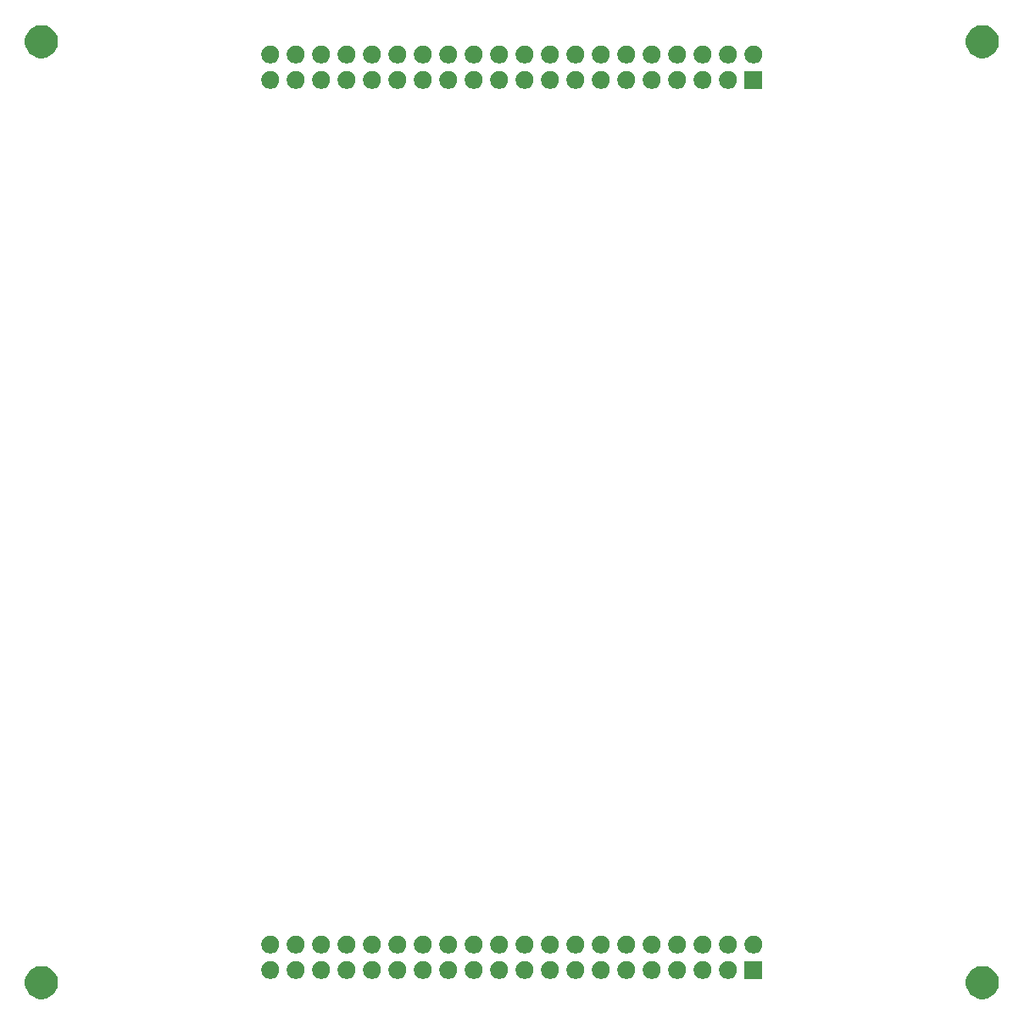
<source format=gbr>
G04 #@! TF.GenerationSoftware,KiCad,Pcbnew,(5.1.5-0-10_14)*
G04 #@! TF.CreationDate,2020-04-15T16:47:41+02:00*
G04 #@! TF.ProjectId,Bottom-Plate,426f7474-6f6d-42d5-906c-6174652e6b69,rev?*
G04 #@! TF.SameCoordinates,Original*
G04 #@! TF.FileFunction,Soldermask,Top*
G04 #@! TF.FilePolarity,Negative*
%FSLAX46Y46*%
G04 Gerber Fmt 4.6, Leading zero omitted, Abs format (unit mm)*
G04 Created by KiCad (PCBNEW (5.1.5-0-10_14)) date 2020-04-15 16:47:41*
%MOMM*%
%LPD*%
G04 APERTURE LIST*
%ADD10C,0.100000*%
G04 APERTURE END LIST*
D10*
G36*
X126105256Y-124121298D02*
G01*
X126211579Y-124142447D01*
X126512042Y-124266903D01*
X126782451Y-124447585D01*
X127012415Y-124677549D01*
X127193097Y-124947958D01*
X127317553Y-125248421D01*
X127381000Y-125567391D01*
X127381000Y-125892609D01*
X127317553Y-126211579D01*
X127193097Y-126512042D01*
X127012415Y-126782451D01*
X126782451Y-127012415D01*
X126512042Y-127193097D01*
X126211579Y-127317553D01*
X126105256Y-127338702D01*
X125892611Y-127381000D01*
X125567389Y-127381000D01*
X125354744Y-127338702D01*
X125248421Y-127317553D01*
X124947958Y-127193097D01*
X124677549Y-127012415D01*
X124447585Y-126782451D01*
X124266903Y-126512042D01*
X124142447Y-126211579D01*
X124079000Y-125892609D01*
X124079000Y-125567391D01*
X124142447Y-125248421D01*
X124266903Y-124947958D01*
X124447585Y-124677549D01*
X124677549Y-124447585D01*
X124947958Y-124266903D01*
X125248421Y-124142447D01*
X125354744Y-124121298D01*
X125567389Y-124079000D01*
X125892611Y-124079000D01*
X126105256Y-124121298D01*
G37*
G36*
X32125256Y-124121298D02*
G01*
X32231579Y-124142447D01*
X32532042Y-124266903D01*
X32802451Y-124447585D01*
X33032415Y-124677549D01*
X33213097Y-124947958D01*
X33337553Y-125248421D01*
X33401000Y-125567391D01*
X33401000Y-125892609D01*
X33337553Y-126211579D01*
X33213097Y-126512042D01*
X33032415Y-126782451D01*
X32802451Y-127012415D01*
X32532042Y-127193097D01*
X32231579Y-127317553D01*
X32125256Y-127338702D01*
X31912611Y-127381000D01*
X31587389Y-127381000D01*
X31374744Y-127338702D01*
X31268421Y-127317553D01*
X30967958Y-127193097D01*
X30697549Y-127012415D01*
X30467585Y-126782451D01*
X30286903Y-126512042D01*
X30162447Y-126211579D01*
X30099000Y-125892609D01*
X30099000Y-125567391D01*
X30162447Y-125248421D01*
X30286903Y-124947958D01*
X30467585Y-124677549D01*
X30697549Y-124447585D01*
X30967958Y-124266903D01*
X31268421Y-124142447D01*
X31374744Y-124121298D01*
X31587389Y-124079000D01*
X31912611Y-124079000D01*
X32125256Y-124121298D01*
G37*
G36*
X97903512Y-123563927D02*
G01*
X98052812Y-123593624D01*
X98216784Y-123661544D01*
X98364354Y-123760147D01*
X98489853Y-123885646D01*
X98588456Y-124033216D01*
X98656376Y-124197188D01*
X98691000Y-124371259D01*
X98691000Y-124548741D01*
X98656376Y-124722812D01*
X98588456Y-124886784D01*
X98489853Y-125034354D01*
X98364354Y-125159853D01*
X98216784Y-125258456D01*
X98052812Y-125326376D01*
X97903512Y-125356073D01*
X97878742Y-125361000D01*
X97701258Y-125361000D01*
X97676488Y-125356073D01*
X97527188Y-125326376D01*
X97363216Y-125258456D01*
X97215646Y-125159853D01*
X97090147Y-125034354D01*
X96991544Y-124886784D01*
X96923624Y-124722812D01*
X96889000Y-124548741D01*
X96889000Y-124371259D01*
X96923624Y-124197188D01*
X96991544Y-124033216D01*
X97090147Y-123885646D01*
X97215646Y-123760147D01*
X97363216Y-123661544D01*
X97527188Y-123593624D01*
X97676488Y-123563927D01*
X97701258Y-123559000D01*
X97878742Y-123559000D01*
X97903512Y-123563927D01*
G37*
G36*
X95363512Y-123563927D02*
G01*
X95512812Y-123593624D01*
X95676784Y-123661544D01*
X95824354Y-123760147D01*
X95949853Y-123885646D01*
X96048456Y-124033216D01*
X96116376Y-124197188D01*
X96151000Y-124371259D01*
X96151000Y-124548741D01*
X96116376Y-124722812D01*
X96048456Y-124886784D01*
X95949853Y-125034354D01*
X95824354Y-125159853D01*
X95676784Y-125258456D01*
X95512812Y-125326376D01*
X95363512Y-125356073D01*
X95338742Y-125361000D01*
X95161258Y-125361000D01*
X95136488Y-125356073D01*
X94987188Y-125326376D01*
X94823216Y-125258456D01*
X94675646Y-125159853D01*
X94550147Y-125034354D01*
X94451544Y-124886784D01*
X94383624Y-124722812D01*
X94349000Y-124548741D01*
X94349000Y-124371259D01*
X94383624Y-124197188D01*
X94451544Y-124033216D01*
X94550147Y-123885646D01*
X94675646Y-123760147D01*
X94823216Y-123661544D01*
X94987188Y-123593624D01*
X95136488Y-123563927D01*
X95161258Y-123559000D01*
X95338742Y-123559000D01*
X95363512Y-123563927D01*
G37*
G36*
X92823512Y-123563927D02*
G01*
X92972812Y-123593624D01*
X93136784Y-123661544D01*
X93284354Y-123760147D01*
X93409853Y-123885646D01*
X93508456Y-124033216D01*
X93576376Y-124197188D01*
X93611000Y-124371259D01*
X93611000Y-124548741D01*
X93576376Y-124722812D01*
X93508456Y-124886784D01*
X93409853Y-125034354D01*
X93284354Y-125159853D01*
X93136784Y-125258456D01*
X92972812Y-125326376D01*
X92823512Y-125356073D01*
X92798742Y-125361000D01*
X92621258Y-125361000D01*
X92596488Y-125356073D01*
X92447188Y-125326376D01*
X92283216Y-125258456D01*
X92135646Y-125159853D01*
X92010147Y-125034354D01*
X91911544Y-124886784D01*
X91843624Y-124722812D01*
X91809000Y-124548741D01*
X91809000Y-124371259D01*
X91843624Y-124197188D01*
X91911544Y-124033216D01*
X92010147Y-123885646D01*
X92135646Y-123760147D01*
X92283216Y-123661544D01*
X92447188Y-123593624D01*
X92596488Y-123563927D01*
X92621258Y-123559000D01*
X92798742Y-123559000D01*
X92823512Y-123563927D01*
G37*
G36*
X90283512Y-123563927D02*
G01*
X90432812Y-123593624D01*
X90596784Y-123661544D01*
X90744354Y-123760147D01*
X90869853Y-123885646D01*
X90968456Y-124033216D01*
X91036376Y-124197188D01*
X91071000Y-124371259D01*
X91071000Y-124548741D01*
X91036376Y-124722812D01*
X90968456Y-124886784D01*
X90869853Y-125034354D01*
X90744354Y-125159853D01*
X90596784Y-125258456D01*
X90432812Y-125326376D01*
X90283512Y-125356073D01*
X90258742Y-125361000D01*
X90081258Y-125361000D01*
X90056488Y-125356073D01*
X89907188Y-125326376D01*
X89743216Y-125258456D01*
X89595646Y-125159853D01*
X89470147Y-125034354D01*
X89371544Y-124886784D01*
X89303624Y-124722812D01*
X89269000Y-124548741D01*
X89269000Y-124371259D01*
X89303624Y-124197188D01*
X89371544Y-124033216D01*
X89470147Y-123885646D01*
X89595646Y-123760147D01*
X89743216Y-123661544D01*
X89907188Y-123593624D01*
X90056488Y-123563927D01*
X90081258Y-123559000D01*
X90258742Y-123559000D01*
X90283512Y-123563927D01*
G37*
G36*
X87743512Y-123563927D02*
G01*
X87892812Y-123593624D01*
X88056784Y-123661544D01*
X88204354Y-123760147D01*
X88329853Y-123885646D01*
X88428456Y-124033216D01*
X88496376Y-124197188D01*
X88531000Y-124371259D01*
X88531000Y-124548741D01*
X88496376Y-124722812D01*
X88428456Y-124886784D01*
X88329853Y-125034354D01*
X88204354Y-125159853D01*
X88056784Y-125258456D01*
X87892812Y-125326376D01*
X87743512Y-125356073D01*
X87718742Y-125361000D01*
X87541258Y-125361000D01*
X87516488Y-125356073D01*
X87367188Y-125326376D01*
X87203216Y-125258456D01*
X87055646Y-125159853D01*
X86930147Y-125034354D01*
X86831544Y-124886784D01*
X86763624Y-124722812D01*
X86729000Y-124548741D01*
X86729000Y-124371259D01*
X86763624Y-124197188D01*
X86831544Y-124033216D01*
X86930147Y-123885646D01*
X87055646Y-123760147D01*
X87203216Y-123661544D01*
X87367188Y-123593624D01*
X87516488Y-123563927D01*
X87541258Y-123559000D01*
X87718742Y-123559000D01*
X87743512Y-123563927D01*
G37*
G36*
X85203512Y-123563927D02*
G01*
X85352812Y-123593624D01*
X85516784Y-123661544D01*
X85664354Y-123760147D01*
X85789853Y-123885646D01*
X85888456Y-124033216D01*
X85956376Y-124197188D01*
X85991000Y-124371259D01*
X85991000Y-124548741D01*
X85956376Y-124722812D01*
X85888456Y-124886784D01*
X85789853Y-125034354D01*
X85664354Y-125159853D01*
X85516784Y-125258456D01*
X85352812Y-125326376D01*
X85203512Y-125356073D01*
X85178742Y-125361000D01*
X85001258Y-125361000D01*
X84976488Y-125356073D01*
X84827188Y-125326376D01*
X84663216Y-125258456D01*
X84515646Y-125159853D01*
X84390147Y-125034354D01*
X84291544Y-124886784D01*
X84223624Y-124722812D01*
X84189000Y-124548741D01*
X84189000Y-124371259D01*
X84223624Y-124197188D01*
X84291544Y-124033216D01*
X84390147Y-123885646D01*
X84515646Y-123760147D01*
X84663216Y-123661544D01*
X84827188Y-123593624D01*
X84976488Y-123563927D01*
X85001258Y-123559000D01*
X85178742Y-123559000D01*
X85203512Y-123563927D01*
G37*
G36*
X82663512Y-123563927D02*
G01*
X82812812Y-123593624D01*
X82976784Y-123661544D01*
X83124354Y-123760147D01*
X83249853Y-123885646D01*
X83348456Y-124033216D01*
X83416376Y-124197188D01*
X83451000Y-124371259D01*
X83451000Y-124548741D01*
X83416376Y-124722812D01*
X83348456Y-124886784D01*
X83249853Y-125034354D01*
X83124354Y-125159853D01*
X82976784Y-125258456D01*
X82812812Y-125326376D01*
X82663512Y-125356073D01*
X82638742Y-125361000D01*
X82461258Y-125361000D01*
X82436488Y-125356073D01*
X82287188Y-125326376D01*
X82123216Y-125258456D01*
X81975646Y-125159853D01*
X81850147Y-125034354D01*
X81751544Y-124886784D01*
X81683624Y-124722812D01*
X81649000Y-124548741D01*
X81649000Y-124371259D01*
X81683624Y-124197188D01*
X81751544Y-124033216D01*
X81850147Y-123885646D01*
X81975646Y-123760147D01*
X82123216Y-123661544D01*
X82287188Y-123593624D01*
X82436488Y-123563927D01*
X82461258Y-123559000D01*
X82638742Y-123559000D01*
X82663512Y-123563927D01*
G37*
G36*
X80123512Y-123563927D02*
G01*
X80272812Y-123593624D01*
X80436784Y-123661544D01*
X80584354Y-123760147D01*
X80709853Y-123885646D01*
X80808456Y-124033216D01*
X80876376Y-124197188D01*
X80911000Y-124371259D01*
X80911000Y-124548741D01*
X80876376Y-124722812D01*
X80808456Y-124886784D01*
X80709853Y-125034354D01*
X80584354Y-125159853D01*
X80436784Y-125258456D01*
X80272812Y-125326376D01*
X80123512Y-125356073D01*
X80098742Y-125361000D01*
X79921258Y-125361000D01*
X79896488Y-125356073D01*
X79747188Y-125326376D01*
X79583216Y-125258456D01*
X79435646Y-125159853D01*
X79310147Y-125034354D01*
X79211544Y-124886784D01*
X79143624Y-124722812D01*
X79109000Y-124548741D01*
X79109000Y-124371259D01*
X79143624Y-124197188D01*
X79211544Y-124033216D01*
X79310147Y-123885646D01*
X79435646Y-123760147D01*
X79583216Y-123661544D01*
X79747188Y-123593624D01*
X79896488Y-123563927D01*
X79921258Y-123559000D01*
X80098742Y-123559000D01*
X80123512Y-123563927D01*
G37*
G36*
X77583512Y-123563927D02*
G01*
X77732812Y-123593624D01*
X77896784Y-123661544D01*
X78044354Y-123760147D01*
X78169853Y-123885646D01*
X78268456Y-124033216D01*
X78336376Y-124197188D01*
X78371000Y-124371259D01*
X78371000Y-124548741D01*
X78336376Y-124722812D01*
X78268456Y-124886784D01*
X78169853Y-125034354D01*
X78044354Y-125159853D01*
X77896784Y-125258456D01*
X77732812Y-125326376D01*
X77583512Y-125356073D01*
X77558742Y-125361000D01*
X77381258Y-125361000D01*
X77356488Y-125356073D01*
X77207188Y-125326376D01*
X77043216Y-125258456D01*
X76895646Y-125159853D01*
X76770147Y-125034354D01*
X76671544Y-124886784D01*
X76603624Y-124722812D01*
X76569000Y-124548741D01*
X76569000Y-124371259D01*
X76603624Y-124197188D01*
X76671544Y-124033216D01*
X76770147Y-123885646D01*
X76895646Y-123760147D01*
X77043216Y-123661544D01*
X77207188Y-123593624D01*
X77356488Y-123563927D01*
X77381258Y-123559000D01*
X77558742Y-123559000D01*
X77583512Y-123563927D01*
G37*
G36*
X75043512Y-123563927D02*
G01*
X75192812Y-123593624D01*
X75356784Y-123661544D01*
X75504354Y-123760147D01*
X75629853Y-123885646D01*
X75728456Y-124033216D01*
X75796376Y-124197188D01*
X75831000Y-124371259D01*
X75831000Y-124548741D01*
X75796376Y-124722812D01*
X75728456Y-124886784D01*
X75629853Y-125034354D01*
X75504354Y-125159853D01*
X75356784Y-125258456D01*
X75192812Y-125326376D01*
X75043512Y-125356073D01*
X75018742Y-125361000D01*
X74841258Y-125361000D01*
X74816488Y-125356073D01*
X74667188Y-125326376D01*
X74503216Y-125258456D01*
X74355646Y-125159853D01*
X74230147Y-125034354D01*
X74131544Y-124886784D01*
X74063624Y-124722812D01*
X74029000Y-124548741D01*
X74029000Y-124371259D01*
X74063624Y-124197188D01*
X74131544Y-124033216D01*
X74230147Y-123885646D01*
X74355646Y-123760147D01*
X74503216Y-123661544D01*
X74667188Y-123593624D01*
X74816488Y-123563927D01*
X74841258Y-123559000D01*
X75018742Y-123559000D01*
X75043512Y-123563927D01*
G37*
G36*
X72503512Y-123563927D02*
G01*
X72652812Y-123593624D01*
X72816784Y-123661544D01*
X72964354Y-123760147D01*
X73089853Y-123885646D01*
X73188456Y-124033216D01*
X73256376Y-124197188D01*
X73291000Y-124371259D01*
X73291000Y-124548741D01*
X73256376Y-124722812D01*
X73188456Y-124886784D01*
X73089853Y-125034354D01*
X72964354Y-125159853D01*
X72816784Y-125258456D01*
X72652812Y-125326376D01*
X72503512Y-125356073D01*
X72478742Y-125361000D01*
X72301258Y-125361000D01*
X72276488Y-125356073D01*
X72127188Y-125326376D01*
X71963216Y-125258456D01*
X71815646Y-125159853D01*
X71690147Y-125034354D01*
X71591544Y-124886784D01*
X71523624Y-124722812D01*
X71489000Y-124548741D01*
X71489000Y-124371259D01*
X71523624Y-124197188D01*
X71591544Y-124033216D01*
X71690147Y-123885646D01*
X71815646Y-123760147D01*
X71963216Y-123661544D01*
X72127188Y-123593624D01*
X72276488Y-123563927D01*
X72301258Y-123559000D01*
X72478742Y-123559000D01*
X72503512Y-123563927D01*
G37*
G36*
X69963512Y-123563927D02*
G01*
X70112812Y-123593624D01*
X70276784Y-123661544D01*
X70424354Y-123760147D01*
X70549853Y-123885646D01*
X70648456Y-124033216D01*
X70716376Y-124197188D01*
X70751000Y-124371259D01*
X70751000Y-124548741D01*
X70716376Y-124722812D01*
X70648456Y-124886784D01*
X70549853Y-125034354D01*
X70424354Y-125159853D01*
X70276784Y-125258456D01*
X70112812Y-125326376D01*
X69963512Y-125356073D01*
X69938742Y-125361000D01*
X69761258Y-125361000D01*
X69736488Y-125356073D01*
X69587188Y-125326376D01*
X69423216Y-125258456D01*
X69275646Y-125159853D01*
X69150147Y-125034354D01*
X69051544Y-124886784D01*
X68983624Y-124722812D01*
X68949000Y-124548741D01*
X68949000Y-124371259D01*
X68983624Y-124197188D01*
X69051544Y-124033216D01*
X69150147Y-123885646D01*
X69275646Y-123760147D01*
X69423216Y-123661544D01*
X69587188Y-123593624D01*
X69736488Y-123563927D01*
X69761258Y-123559000D01*
X69938742Y-123559000D01*
X69963512Y-123563927D01*
G37*
G36*
X67423512Y-123563927D02*
G01*
X67572812Y-123593624D01*
X67736784Y-123661544D01*
X67884354Y-123760147D01*
X68009853Y-123885646D01*
X68108456Y-124033216D01*
X68176376Y-124197188D01*
X68211000Y-124371259D01*
X68211000Y-124548741D01*
X68176376Y-124722812D01*
X68108456Y-124886784D01*
X68009853Y-125034354D01*
X67884354Y-125159853D01*
X67736784Y-125258456D01*
X67572812Y-125326376D01*
X67423512Y-125356073D01*
X67398742Y-125361000D01*
X67221258Y-125361000D01*
X67196488Y-125356073D01*
X67047188Y-125326376D01*
X66883216Y-125258456D01*
X66735646Y-125159853D01*
X66610147Y-125034354D01*
X66511544Y-124886784D01*
X66443624Y-124722812D01*
X66409000Y-124548741D01*
X66409000Y-124371259D01*
X66443624Y-124197188D01*
X66511544Y-124033216D01*
X66610147Y-123885646D01*
X66735646Y-123760147D01*
X66883216Y-123661544D01*
X67047188Y-123593624D01*
X67196488Y-123563927D01*
X67221258Y-123559000D01*
X67398742Y-123559000D01*
X67423512Y-123563927D01*
G37*
G36*
X64883512Y-123563927D02*
G01*
X65032812Y-123593624D01*
X65196784Y-123661544D01*
X65344354Y-123760147D01*
X65469853Y-123885646D01*
X65568456Y-124033216D01*
X65636376Y-124197188D01*
X65671000Y-124371259D01*
X65671000Y-124548741D01*
X65636376Y-124722812D01*
X65568456Y-124886784D01*
X65469853Y-125034354D01*
X65344354Y-125159853D01*
X65196784Y-125258456D01*
X65032812Y-125326376D01*
X64883512Y-125356073D01*
X64858742Y-125361000D01*
X64681258Y-125361000D01*
X64656488Y-125356073D01*
X64507188Y-125326376D01*
X64343216Y-125258456D01*
X64195646Y-125159853D01*
X64070147Y-125034354D01*
X63971544Y-124886784D01*
X63903624Y-124722812D01*
X63869000Y-124548741D01*
X63869000Y-124371259D01*
X63903624Y-124197188D01*
X63971544Y-124033216D01*
X64070147Y-123885646D01*
X64195646Y-123760147D01*
X64343216Y-123661544D01*
X64507188Y-123593624D01*
X64656488Y-123563927D01*
X64681258Y-123559000D01*
X64858742Y-123559000D01*
X64883512Y-123563927D01*
G37*
G36*
X62343512Y-123563927D02*
G01*
X62492812Y-123593624D01*
X62656784Y-123661544D01*
X62804354Y-123760147D01*
X62929853Y-123885646D01*
X63028456Y-124033216D01*
X63096376Y-124197188D01*
X63131000Y-124371259D01*
X63131000Y-124548741D01*
X63096376Y-124722812D01*
X63028456Y-124886784D01*
X62929853Y-125034354D01*
X62804354Y-125159853D01*
X62656784Y-125258456D01*
X62492812Y-125326376D01*
X62343512Y-125356073D01*
X62318742Y-125361000D01*
X62141258Y-125361000D01*
X62116488Y-125356073D01*
X61967188Y-125326376D01*
X61803216Y-125258456D01*
X61655646Y-125159853D01*
X61530147Y-125034354D01*
X61431544Y-124886784D01*
X61363624Y-124722812D01*
X61329000Y-124548741D01*
X61329000Y-124371259D01*
X61363624Y-124197188D01*
X61431544Y-124033216D01*
X61530147Y-123885646D01*
X61655646Y-123760147D01*
X61803216Y-123661544D01*
X61967188Y-123593624D01*
X62116488Y-123563927D01*
X62141258Y-123559000D01*
X62318742Y-123559000D01*
X62343512Y-123563927D01*
G37*
G36*
X59803512Y-123563927D02*
G01*
X59952812Y-123593624D01*
X60116784Y-123661544D01*
X60264354Y-123760147D01*
X60389853Y-123885646D01*
X60488456Y-124033216D01*
X60556376Y-124197188D01*
X60591000Y-124371259D01*
X60591000Y-124548741D01*
X60556376Y-124722812D01*
X60488456Y-124886784D01*
X60389853Y-125034354D01*
X60264354Y-125159853D01*
X60116784Y-125258456D01*
X59952812Y-125326376D01*
X59803512Y-125356073D01*
X59778742Y-125361000D01*
X59601258Y-125361000D01*
X59576488Y-125356073D01*
X59427188Y-125326376D01*
X59263216Y-125258456D01*
X59115646Y-125159853D01*
X58990147Y-125034354D01*
X58891544Y-124886784D01*
X58823624Y-124722812D01*
X58789000Y-124548741D01*
X58789000Y-124371259D01*
X58823624Y-124197188D01*
X58891544Y-124033216D01*
X58990147Y-123885646D01*
X59115646Y-123760147D01*
X59263216Y-123661544D01*
X59427188Y-123593624D01*
X59576488Y-123563927D01*
X59601258Y-123559000D01*
X59778742Y-123559000D01*
X59803512Y-123563927D01*
G37*
G36*
X57263512Y-123563927D02*
G01*
X57412812Y-123593624D01*
X57576784Y-123661544D01*
X57724354Y-123760147D01*
X57849853Y-123885646D01*
X57948456Y-124033216D01*
X58016376Y-124197188D01*
X58051000Y-124371259D01*
X58051000Y-124548741D01*
X58016376Y-124722812D01*
X57948456Y-124886784D01*
X57849853Y-125034354D01*
X57724354Y-125159853D01*
X57576784Y-125258456D01*
X57412812Y-125326376D01*
X57263512Y-125356073D01*
X57238742Y-125361000D01*
X57061258Y-125361000D01*
X57036488Y-125356073D01*
X56887188Y-125326376D01*
X56723216Y-125258456D01*
X56575646Y-125159853D01*
X56450147Y-125034354D01*
X56351544Y-124886784D01*
X56283624Y-124722812D01*
X56249000Y-124548741D01*
X56249000Y-124371259D01*
X56283624Y-124197188D01*
X56351544Y-124033216D01*
X56450147Y-123885646D01*
X56575646Y-123760147D01*
X56723216Y-123661544D01*
X56887188Y-123593624D01*
X57036488Y-123563927D01*
X57061258Y-123559000D01*
X57238742Y-123559000D01*
X57263512Y-123563927D01*
G37*
G36*
X54723512Y-123563927D02*
G01*
X54872812Y-123593624D01*
X55036784Y-123661544D01*
X55184354Y-123760147D01*
X55309853Y-123885646D01*
X55408456Y-124033216D01*
X55476376Y-124197188D01*
X55511000Y-124371259D01*
X55511000Y-124548741D01*
X55476376Y-124722812D01*
X55408456Y-124886784D01*
X55309853Y-125034354D01*
X55184354Y-125159853D01*
X55036784Y-125258456D01*
X54872812Y-125326376D01*
X54723512Y-125356073D01*
X54698742Y-125361000D01*
X54521258Y-125361000D01*
X54496488Y-125356073D01*
X54347188Y-125326376D01*
X54183216Y-125258456D01*
X54035646Y-125159853D01*
X53910147Y-125034354D01*
X53811544Y-124886784D01*
X53743624Y-124722812D01*
X53709000Y-124548741D01*
X53709000Y-124371259D01*
X53743624Y-124197188D01*
X53811544Y-124033216D01*
X53910147Y-123885646D01*
X54035646Y-123760147D01*
X54183216Y-123661544D01*
X54347188Y-123593624D01*
X54496488Y-123563927D01*
X54521258Y-123559000D01*
X54698742Y-123559000D01*
X54723512Y-123563927D01*
G37*
G36*
X103771000Y-125361000D02*
G01*
X101969000Y-125361000D01*
X101969000Y-123559000D01*
X103771000Y-123559000D01*
X103771000Y-125361000D01*
G37*
G36*
X100443512Y-123563927D02*
G01*
X100592812Y-123593624D01*
X100756784Y-123661544D01*
X100904354Y-123760147D01*
X101029853Y-123885646D01*
X101128456Y-124033216D01*
X101196376Y-124197188D01*
X101231000Y-124371259D01*
X101231000Y-124548741D01*
X101196376Y-124722812D01*
X101128456Y-124886784D01*
X101029853Y-125034354D01*
X100904354Y-125159853D01*
X100756784Y-125258456D01*
X100592812Y-125326376D01*
X100443512Y-125356073D01*
X100418742Y-125361000D01*
X100241258Y-125361000D01*
X100216488Y-125356073D01*
X100067188Y-125326376D01*
X99903216Y-125258456D01*
X99755646Y-125159853D01*
X99630147Y-125034354D01*
X99531544Y-124886784D01*
X99463624Y-124722812D01*
X99429000Y-124548741D01*
X99429000Y-124371259D01*
X99463624Y-124197188D01*
X99531544Y-124033216D01*
X99630147Y-123885646D01*
X99755646Y-123760147D01*
X99903216Y-123661544D01*
X100067188Y-123593624D01*
X100216488Y-123563927D01*
X100241258Y-123559000D01*
X100418742Y-123559000D01*
X100443512Y-123563927D01*
G37*
G36*
X77583512Y-121023927D02*
G01*
X77732812Y-121053624D01*
X77896784Y-121121544D01*
X78044354Y-121220147D01*
X78169853Y-121345646D01*
X78268456Y-121493216D01*
X78336376Y-121657188D01*
X78371000Y-121831259D01*
X78371000Y-122008741D01*
X78336376Y-122182812D01*
X78268456Y-122346784D01*
X78169853Y-122494354D01*
X78044354Y-122619853D01*
X77896784Y-122718456D01*
X77732812Y-122786376D01*
X77583512Y-122816073D01*
X77558742Y-122821000D01*
X77381258Y-122821000D01*
X77356488Y-122816073D01*
X77207188Y-122786376D01*
X77043216Y-122718456D01*
X76895646Y-122619853D01*
X76770147Y-122494354D01*
X76671544Y-122346784D01*
X76603624Y-122182812D01*
X76569000Y-122008741D01*
X76569000Y-121831259D01*
X76603624Y-121657188D01*
X76671544Y-121493216D01*
X76770147Y-121345646D01*
X76895646Y-121220147D01*
X77043216Y-121121544D01*
X77207188Y-121053624D01*
X77356488Y-121023927D01*
X77381258Y-121019000D01*
X77558742Y-121019000D01*
X77583512Y-121023927D01*
G37*
G36*
X102983512Y-121023927D02*
G01*
X103132812Y-121053624D01*
X103296784Y-121121544D01*
X103444354Y-121220147D01*
X103569853Y-121345646D01*
X103668456Y-121493216D01*
X103736376Y-121657188D01*
X103771000Y-121831259D01*
X103771000Y-122008741D01*
X103736376Y-122182812D01*
X103668456Y-122346784D01*
X103569853Y-122494354D01*
X103444354Y-122619853D01*
X103296784Y-122718456D01*
X103132812Y-122786376D01*
X102983512Y-122816073D01*
X102958742Y-122821000D01*
X102781258Y-122821000D01*
X102756488Y-122816073D01*
X102607188Y-122786376D01*
X102443216Y-122718456D01*
X102295646Y-122619853D01*
X102170147Y-122494354D01*
X102071544Y-122346784D01*
X102003624Y-122182812D01*
X101969000Y-122008741D01*
X101969000Y-121831259D01*
X102003624Y-121657188D01*
X102071544Y-121493216D01*
X102170147Y-121345646D01*
X102295646Y-121220147D01*
X102443216Y-121121544D01*
X102607188Y-121053624D01*
X102756488Y-121023927D01*
X102781258Y-121019000D01*
X102958742Y-121019000D01*
X102983512Y-121023927D01*
G37*
G36*
X100443512Y-121023927D02*
G01*
X100592812Y-121053624D01*
X100756784Y-121121544D01*
X100904354Y-121220147D01*
X101029853Y-121345646D01*
X101128456Y-121493216D01*
X101196376Y-121657188D01*
X101231000Y-121831259D01*
X101231000Y-122008741D01*
X101196376Y-122182812D01*
X101128456Y-122346784D01*
X101029853Y-122494354D01*
X100904354Y-122619853D01*
X100756784Y-122718456D01*
X100592812Y-122786376D01*
X100443512Y-122816073D01*
X100418742Y-122821000D01*
X100241258Y-122821000D01*
X100216488Y-122816073D01*
X100067188Y-122786376D01*
X99903216Y-122718456D01*
X99755646Y-122619853D01*
X99630147Y-122494354D01*
X99531544Y-122346784D01*
X99463624Y-122182812D01*
X99429000Y-122008741D01*
X99429000Y-121831259D01*
X99463624Y-121657188D01*
X99531544Y-121493216D01*
X99630147Y-121345646D01*
X99755646Y-121220147D01*
X99903216Y-121121544D01*
X100067188Y-121053624D01*
X100216488Y-121023927D01*
X100241258Y-121019000D01*
X100418742Y-121019000D01*
X100443512Y-121023927D01*
G37*
G36*
X97903512Y-121023927D02*
G01*
X98052812Y-121053624D01*
X98216784Y-121121544D01*
X98364354Y-121220147D01*
X98489853Y-121345646D01*
X98588456Y-121493216D01*
X98656376Y-121657188D01*
X98691000Y-121831259D01*
X98691000Y-122008741D01*
X98656376Y-122182812D01*
X98588456Y-122346784D01*
X98489853Y-122494354D01*
X98364354Y-122619853D01*
X98216784Y-122718456D01*
X98052812Y-122786376D01*
X97903512Y-122816073D01*
X97878742Y-122821000D01*
X97701258Y-122821000D01*
X97676488Y-122816073D01*
X97527188Y-122786376D01*
X97363216Y-122718456D01*
X97215646Y-122619853D01*
X97090147Y-122494354D01*
X96991544Y-122346784D01*
X96923624Y-122182812D01*
X96889000Y-122008741D01*
X96889000Y-121831259D01*
X96923624Y-121657188D01*
X96991544Y-121493216D01*
X97090147Y-121345646D01*
X97215646Y-121220147D01*
X97363216Y-121121544D01*
X97527188Y-121053624D01*
X97676488Y-121023927D01*
X97701258Y-121019000D01*
X97878742Y-121019000D01*
X97903512Y-121023927D01*
G37*
G36*
X95363512Y-121023927D02*
G01*
X95512812Y-121053624D01*
X95676784Y-121121544D01*
X95824354Y-121220147D01*
X95949853Y-121345646D01*
X96048456Y-121493216D01*
X96116376Y-121657188D01*
X96151000Y-121831259D01*
X96151000Y-122008741D01*
X96116376Y-122182812D01*
X96048456Y-122346784D01*
X95949853Y-122494354D01*
X95824354Y-122619853D01*
X95676784Y-122718456D01*
X95512812Y-122786376D01*
X95363512Y-122816073D01*
X95338742Y-122821000D01*
X95161258Y-122821000D01*
X95136488Y-122816073D01*
X94987188Y-122786376D01*
X94823216Y-122718456D01*
X94675646Y-122619853D01*
X94550147Y-122494354D01*
X94451544Y-122346784D01*
X94383624Y-122182812D01*
X94349000Y-122008741D01*
X94349000Y-121831259D01*
X94383624Y-121657188D01*
X94451544Y-121493216D01*
X94550147Y-121345646D01*
X94675646Y-121220147D01*
X94823216Y-121121544D01*
X94987188Y-121053624D01*
X95136488Y-121023927D01*
X95161258Y-121019000D01*
X95338742Y-121019000D01*
X95363512Y-121023927D01*
G37*
G36*
X92823512Y-121023927D02*
G01*
X92972812Y-121053624D01*
X93136784Y-121121544D01*
X93284354Y-121220147D01*
X93409853Y-121345646D01*
X93508456Y-121493216D01*
X93576376Y-121657188D01*
X93611000Y-121831259D01*
X93611000Y-122008741D01*
X93576376Y-122182812D01*
X93508456Y-122346784D01*
X93409853Y-122494354D01*
X93284354Y-122619853D01*
X93136784Y-122718456D01*
X92972812Y-122786376D01*
X92823512Y-122816073D01*
X92798742Y-122821000D01*
X92621258Y-122821000D01*
X92596488Y-122816073D01*
X92447188Y-122786376D01*
X92283216Y-122718456D01*
X92135646Y-122619853D01*
X92010147Y-122494354D01*
X91911544Y-122346784D01*
X91843624Y-122182812D01*
X91809000Y-122008741D01*
X91809000Y-121831259D01*
X91843624Y-121657188D01*
X91911544Y-121493216D01*
X92010147Y-121345646D01*
X92135646Y-121220147D01*
X92283216Y-121121544D01*
X92447188Y-121053624D01*
X92596488Y-121023927D01*
X92621258Y-121019000D01*
X92798742Y-121019000D01*
X92823512Y-121023927D01*
G37*
G36*
X90283512Y-121023927D02*
G01*
X90432812Y-121053624D01*
X90596784Y-121121544D01*
X90744354Y-121220147D01*
X90869853Y-121345646D01*
X90968456Y-121493216D01*
X91036376Y-121657188D01*
X91071000Y-121831259D01*
X91071000Y-122008741D01*
X91036376Y-122182812D01*
X90968456Y-122346784D01*
X90869853Y-122494354D01*
X90744354Y-122619853D01*
X90596784Y-122718456D01*
X90432812Y-122786376D01*
X90283512Y-122816073D01*
X90258742Y-122821000D01*
X90081258Y-122821000D01*
X90056488Y-122816073D01*
X89907188Y-122786376D01*
X89743216Y-122718456D01*
X89595646Y-122619853D01*
X89470147Y-122494354D01*
X89371544Y-122346784D01*
X89303624Y-122182812D01*
X89269000Y-122008741D01*
X89269000Y-121831259D01*
X89303624Y-121657188D01*
X89371544Y-121493216D01*
X89470147Y-121345646D01*
X89595646Y-121220147D01*
X89743216Y-121121544D01*
X89907188Y-121053624D01*
X90056488Y-121023927D01*
X90081258Y-121019000D01*
X90258742Y-121019000D01*
X90283512Y-121023927D01*
G37*
G36*
X87743512Y-121023927D02*
G01*
X87892812Y-121053624D01*
X88056784Y-121121544D01*
X88204354Y-121220147D01*
X88329853Y-121345646D01*
X88428456Y-121493216D01*
X88496376Y-121657188D01*
X88531000Y-121831259D01*
X88531000Y-122008741D01*
X88496376Y-122182812D01*
X88428456Y-122346784D01*
X88329853Y-122494354D01*
X88204354Y-122619853D01*
X88056784Y-122718456D01*
X87892812Y-122786376D01*
X87743512Y-122816073D01*
X87718742Y-122821000D01*
X87541258Y-122821000D01*
X87516488Y-122816073D01*
X87367188Y-122786376D01*
X87203216Y-122718456D01*
X87055646Y-122619853D01*
X86930147Y-122494354D01*
X86831544Y-122346784D01*
X86763624Y-122182812D01*
X86729000Y-122008741D01*
X86729000Y-121831259D01*
X86763624Y-121657188D01*
X86831544Y-121493216D01*
X86930147Y-121345646D01*
X87055646Y-121220147D01*
X87203216Y-121121544D01*
X87367188Y-121053624D01*
X87516488Y-121023927D01*
X87541258Y-121019000D01*
X87718742Y-121019000D01*
X87743512Y-121023927D01*
G37*
G36*
X85203512Y-121023927D02*
G01*
X85352812Y-121053624D01*
X85516784Y-121121544D01*
X85664354Y-121220147D01*
X85789853Y-121345646D01*
X85888456Y-121493216D01*
X85956376Y-121657188D01*
X85991000Y-121831259D01*
X85991000Y-122008741D01*
X85956376Y-122182812D01*
X85888456Y-122346784D01*
X85789853Y-122494354D01*
X85664354Y-122619853D01*
X85516784Y-122718456D01*
X85352812Y-122786376D01*
X85203512Y-122816073D01*
X85178742Y-122821000D01*
X85001258Y-122821000D01*
X84976488Y-122816073D01*
X84827188Y-122786376D01*
X84663216Y-122718456D01*
X84515646Y-122619853D01*
X84390147Y-122494354D01*
X84291544Y-122346784D01*
X84223624Y-122182812D01*
X84189000Y-122008741D01*
X84189000Y-121831259D01*
X84223624Y-121657188D01*
X84291544Y-121493216D01*
X84390147Y-121345646D01*
X84515646Y-121220147D01*
X84663216Y-121121544D01*
X84827188Y-121053624D01*
X84976488Y-121023927D01*
X85001258Y-121019000D01*
X85178742Y-121019000D01*
X85203512Y-121023927D01*
G37*
G36*
X82663512Y-121023927D02*
G01*
X82812812Y-121053624D01*
X82976784Y-121121544D01*
X83124354Y-121220147D01*
X83249853Y-121345646D01*
X83348456Y-121493216D01*
X83416376Y-121657188D01*
X83451000Y-121831259D01*
X83451000Y-122008741D01*
X83416376Y-122182812D01*
X83348456Y-122346784D01*
X83249853Y-122494354D01*
X83124354Y-122619853D01*
X82976784Y-122718456D01*
X82812812Y-122786376D01*
X82663512Y-122816073D01*
X82638742Y-122821000D01*
X82461258Y-122821000D01*
X82436488Y-122816073D01*
X82287188Y-122786376D01*
X82123216Y-122718456D01*
X81975646Y-122619853D01*
X81850147Y-122494354D01*
X81751544Y-122346784D01*
X81683624Y-122182812D01*
X81649000Y-122008741D01*
X81649000Y-121831259D01*
X81683624Y-121657188D01*
X81751544Y-121493216D01*
X81850147Y-121345646D01*
X81975646Y-121220147D01*
X82123216Y-121121544D01*
X82287188Y-121053624D01*
X82436488Y-121023927D01*
X82461258Y-121019000D01*
X82638742Y-121019000D01*
X82663512Y-121023927D01*
G37*
G36*
X80123512Y-121023927D02*
G01*
X80272812Y-121053624D01*
X80436784Y-121121544D01*
X80584354Y-121220147D01*
X80709853Y-121345646D01*
X80808456Y-121493216D01*
X80876376Y-121657188D01*
X80911000Y-121831259D01*
X80911000Y-122008741D01*
X80876376Y-122182812D01*
X80808456Y-122346784D01*
X80709853Y-122494354D01*
X80584354Y-122619853D01*
X80436784Y-122718456D01*
X80272812Y-122786376D01*
X80123512Y-122816073D01*
X80098742Y-122821000D01*
X79921258Y-122821000D01*
X79896488Y-122816073D01*
X79747188Y-122786376D01*
X79583216Y-122718456D01*
X79435646Y-122619853D01*
X79310147Y-122494354D01*
X79211544Y-122346784D01*
X79143624Y-122182812D01*
X79109000Y-122008741D01*
X79109000Y-121831259D01*
X79143624Y-121657188D01*
X79211544Y-121493216D01*
X79310147Y-121345646D01*
X79435646Y-121220147D01*
X79583216Y-121121544D01*
X79747188Y-121053624D01*
X79896488Y-121023927D01*
X79921258Y-121019000D01*
X80098742Y-121019000D01*
X80123512Y-121023927D01*
G37*
G36*
X75043512Y-121023927D02*
G01*
X75192812Y-121053624D01*
X75356784Y-121121544D01*
X75504354Y-121220147D01*
X75629853Y-121345646D01*
X75728456Y-121493216D01*
X75796376Y-121657188D01*
X75831000Y-121831259D01*
X75831000Y-122008741D01*
X75796376Y-122182812D01*
X75728456Y-122346784D01*
X75629853Y-122494354D01*
X75504354Y-122619853D01*
X75356784Y-122718456D01*
X75192812Y-122786376D01*
X75043512Y-122816073D01*
X75018742Y-122821000D01*
X74841258Y-122821000D01*
X74816488Y-122816073D01*
X74667188Y-122786376D01*
X74503216Y-122718456D01*
X74355646Y-122619853D01*
X74230147Y-122494354D01*
X74131544Y-122346784D01*
X74063624Y-122182812D01*
X74029000Y-122008741D01*
X74029000Y-121831259D01*
X74063624Y-121657188D01*
X74131544Y-121493216D01*
X74230147Y-121345646D01*
X74355646Y-121220147D01*
X74503216Y-121121544D01*
X74667188Y-121053624D01*
X74816488Y-121023927D01*
X74841258Y-121019000D01*
X75018742Y-121019000D01*
X75043512Y-121023927D01*
G37*
G36*
X72503512Y-121023927D02*
G01*
X72652812Y-121053624D01*
X72816784Y-121121544D01*
X72964354Y-121220147D01*
X73089853Y-121345646D01*
X73188456Y-121493216D01*
X73256376Y-121657188D01*
X73291000Y-121831259D01*
X73291000Y-122008741D01*
X73256376Y-122182812D01*
X73188456Y-122346784D01*
X73089853Y-122494354D01*
X72964354Y-122619853D01*
X72816784Y-122718456D01*
X72652812Y-122786376D01*
X72503512Y-122816073D01*
X72478742Y-122821000D01*
X72301258Y-122821000D01*
X72276488Y-122816073D01*
X72127188Y-122786376D01*
X71963216Y-122718456D01*
X71815646Y-122619853D01*
X71690147Y-122494354D01*
X71591544Y-122346784D01*
X71523624Y-122182812D01*
X71489000Y-122008741D01*
X71489000Y-121831259D01*
X71523624Y-121657188D01*
X71591544Y-121493216D01*
X71690147Y-121345646D01*
X71815646Y-121220147D01*
X71963216Y-121121544D01*
X72127188Y-121053624D01*
X72276488Y-121023927D01*
X72301258Y-121019000D01*
X72478742Y-121019000D01*
X72503512Y-121023927D01*
G37*
G36*
X69963512Y-121023927D02*
G01*
X70112812Y-121053624D01*
X70276784Y-121121544D01*
X70424354Y-121220147D01*
X70549853Y-121345646D01*
X70648456Y-121493216D01*
X70716376Y-121657188D01*
X70751000Y-121831259D01*
X70751000Y-122008741D01*
X70716376Y-122182812D01*
X70648456Y-122346784D01*
X70549853Y-122494354D01*
X70424354Y-122619853D01*
X70276784Y-122718456D01*
X70112812Y-122786376D01*
X69963512Y-122816073D01*
X69938742Y-122821000D01*
X69761258Y-122821000D01*
X69736488Y-122816073D01*
X69587188Y-122786376D01*
X69423216Y-122718456D01*
X69275646Y-122619853D01*
X69150147Y-122494354D01*
X69051544Y-122346784D01*
X68983624Y-122182812D01*
X68949000Y-122008741D01*
X68949000Y-121831259D01*
X68983624Y-121657188D01*
X69051544Y-121493216D01*
X69150147Y-121345646D01*
X69275646Y-121220147D01*
X69423216Y-121121544D01*
X69587188Y-121053624D01*
X69736488Y-121023927D01*
X69761258Y-121019000D01*
X69938742Y-121019000D01*
X69963512Y-121023927D01*
G37*
G36*
X67423512Y-121023927D02*
G01*
X67572812Y-121053624D01*
X67736784Y-121121544D01*
X67884354Y-121220147D01*
X68009853Y-121345646D01*
X68108456Y-121493216D01*
X68176376Y-121657188D01*
X68211000Y-121831259D01*
X68211000Y-122008741D01*
X68176376Y-122182812D01*
X68108456Y-122346784D01*
X68009853Y-122494354D01*
X67884354Y-122619853D01*
X67736784Y-122718456D01*
X67572812Y-122786376D01*
X67423512Y-122816073D01*
X67398742Y-122821000D01*
X67221258Y-122821000D01*
X67196488Y-122816073D01*
X67047188Y-122786376D01*
X66883216Y-122718456D01*
X66735646Y-122619853D01*
X66610147Y-122494354D01*
X66511544Y-122346784D01*
X66443624Y-122182812D01*
X66409000Y-122008741D01*
X66409000Y-121831259D01*
X66443624Y-121657188D01*
X66511544Y-121493216D01*
X66610147Y-121345646D01*
X66735646Y-121220147D01*
X66883216Y-121121544D01*
X67047188Y-121053624D01*
X67196488Y-121023927D01*
X67221258Y-121019000D01*
X67398742Y-121019000D01*
X67423512Y-121023927D01*
G37*
G36*
X64883512Y-121023927D02*
G01*
X65032812Y-121053624D01*
X65196784Y-121121544D01*
X65344354Y-121220147D01*
X65469853Y-121345646D01*
X65568456Y-121493216D01*
X65636376Y-121657188D01*
X65671000Y-121831259D01*
X65671000Y-122008741D01*
X65636376Y-122182812D01*
X65568456Y-122346784D01*
X65469853Y-122494354D01*
X65344354Y-122619853D01*
X65196784Y-122718456D01*
X65032812Y-122786376D01*
X64883512Y-122816073D01*
X64858742Y-122821000D01*
X64681258Y-122821000D01*
X64656488Y-122816073D01*
X64507188Y-122786376D01*
X64343216Y-122718456D01*
X64195646Y-122619853D01*
X64070147Y-122494354D01*
X63971544Y-122346784D01*
X63903624Y-122182812D01*
X63869000Y-122008741D01*
X63869000Y-121831259D01*
X63903624Y-121657188D01*
X63971544Y-121493216D01*
X64070147Y-121345646D01*
X64195646Y-121220147D01*
X64343216Y-121121544D01*
X64507188Y-121053624D01*
X64656488Y-121023927D01*
X64681258Y-121019000D01*
X64858742Y-121019000D01*
X64883512Y-121023927D01*
G37*
G36*
X62343512Y-121023927D02*
G01*
X62492812Y-121053624D01*
X62656784Y-121121544D01*
X62804354Y-121220147D01*
X62929853Y-121345646D01*
X63028456Y-121493216D01*
X63096376Y-121657188D01*
X63131000Y-121831259D01*
X63131000Y-122008741D01*
X63096376Y-122182812D01*
X63028456Y-122346784D01*
X62929853Y-122494354D01*
X62804354Y-122619853D01*
X62656784Y-122718456D01*
X62492812Y-122786376D01*
X62343512Y-122816073D01*
X62318742Y-122821000D01*
X62141258Y-122821000D01*
X62116488Y-122816073D01*
X61967188Y-122786376D01*
X61803216Y-122718456D01*
X61655646Y-122619853D01*
X61530147Y-122494354D01*
X61431544Y-122346784D01*
X61363624Y-122182812D01*
X61329000Y-122008741D01*
X61329000Y-121831259D01*
X61363624Y-121657188D01*
X61431544Y-121493216D01*
X61530147Y-121345646D01*
X61655646Y-121220147D01*
X61803216Y-121121544D01*
X61967188Y-121053624D01*
X62116488Y-121023927D01*
X62141258Y-121019000D01*
X62318742Y-121019000D01*
X62343512Y-121023927D01*
G37*
G36*
X59803512Y-121023927D02*
G01*
X59952812Y-121053624D01*
X60116784Y-121121544D01*
X60264354Y-121220147D01*
X60389853Y-121345646D01*
X60488456Y-121493216D01*
X60556376Y-121657188D01*
X60591000Y-121831259D01*
X60591000Y-122008741D01*
X60556376Y-122182812D01*
X60488456Y-122346784D01*
X60389853Y-122494354D01*
X60264354Y-122619853D01*
X60116784Y-122718456D01*
X59952812Y-122786376D01*
X59803512Y-122816073D01*
X59778742Y-122821000D01*
X59601258Y-122821000D01*
X59576488Y-122816073D01*
X59427188Y-122786376D01*
X59263216Y-122718456D01*
X59115646Y-122619853D01*
X58990147Y-122494354D01*
X58891544Y-122346784D01*
X58823624Y-122182812D01*
X58789000Y-122008741D01*
X58789000Y-121831259D01*
X58823624Y-121657188D01*
X58891544Y-121493216D01*
X58990147Y-121345646D01*
X59115646Y-121220147D01*
X59263216Y-121121544D01*
X59427188Y-121053624D01*
X59576488Y-121023927D01*
X59601258Y-121019000D01*
X59778742Y-121019000D01*
X59803512Y-121023927D01*
G37*
G36*
X57263512Y-121023927D02*
G01*
X57412812Y-121053624D01*
X57576784Y-121121544D01*
X57724354Y-121220147D01*
X57849853Y-121345646D01*
X57948456Y-121493216D01*
X58016376Y-121657188D01*
X58051000Y-121831259D01*
X58051000Y-122008741D01*
X58016376Y-122182812D01*
X57948456Y-122346784D01*
X57849853Y-122494354D01*
X57724354Y-122619853D01*
X57576784Y-122718456D01*
X57412812Y-122786376D01*
X57263512Y-122816073D01*
X57238742Y-122821000D01*
X57061258Y-122821000D01*
X57036488Y-122816073D01*
X56887188Y-122786376D01*
X56723216Y-122718456D01*
X56575646Y-122619853D01*
X56450147Y-122494354D01*
X56351544Y-122346784D01*
X56283624Y-122182812D01*
X56249000Y-122008741D01*
X56249000Y-121831259D01*
X56283624Y-121657188D01*
X56351544Y-121493216D01*
X56450147Y-121345646D01*
X56575646Y-121220147D01*
X56723216Y-121121544D01*
X56887188Y-121053624D01*
X57036488Y-121023927D01*
X57061258Y-121019000D01*
X57238742Y-121019000D01*
X57263512Y-121023927D01*
G37*
G36*
X54723512Y-121023927D02*
G01*
X54872812Y-121053624D01*
X55036784Y-121121544D01*
X55184354Y-121220147D01*
X55309853Y-121345646D01*
X55408456Y-121493216D01*
X55476376Y-121657188D01*
X55511000Y-121831259D01*
X55511000Y-122008741D01*
X55476376Y-122182812D01*
X55408456Y-122346784D01*
X55309853Y-122494354D01*
X55184354Y-122619853D01*
X55036784Y-122718456D01*
X54872812Y-122786376D01*
X54723512Y-122816073D01*
X54698742Y-122821000D01*
X54521258Y-122821000D01*
X54496488Y-122816073D01*
X54347188Y-122786376D01*
X54183216Y-122718456D01*
X54035646Y-122619853D01*
X53910147Y-122494354D01*
X53811544Y-122346784D01*
X53743624Y-122182812D01*
X53709000Y-122008741D01*
X53709000Y-121831259D01*
X53743624Y-121657188D01*
X53811544Y-121493216D01*
X53910147Y-121345646D01*
X54035646Y-121220147D01*
X54183216Y-121121544D01*
X54347188Y-121053624D01*
X54496488Y-121023927D01*
X54521258Y-121019000D01*
X54698742Y-121019000D01*
X54723512Y-121023927D01*
G37*
G36*
X100443512Y-34663927D02*
G01*
X100592812Y-34693624D01*
X100756784Y-34761544D01*
X100904354Y-34860147D01*
X101029853Y-34985646D01*
X101128456Y-35133216D01*
X101196376Y-35297188D01*
X101231000Y-35471259D01*
X101231000Y-35648741D01*
X101196376Y-35822812D01*
X101128456Y-35986784D01*
X101029853Y-36134354D01*
X100904354Y-36259853D01*
X100756784Y-36358456D01*
X100592812Y-36426376D01*
X100443512Y-36456073D01*
X100418742Y-36461000D01*
X100241258Y-36461000D01*
X100216488Y-36456073D01*
X100067188Y-36426376D01*
X99903216Y-36358456D01*
X99755646Y-36259853D01*
X99630147Y-36134354D01*
X99531544Y-35986784D01*
X99463624Y-35822812D01*
X99429000Y-35648741D01*
X99429000Y-35471259D01*
X99463624Y-35297188D01*
X99531544Y-35133216D01*
X99630147Y-34985646D01*
X99755646Y-34860147D01*
X99903216Y-34761544D01*
X100067188Y-34693624D01*
X100216488Y-34663927D01*
X100241258Y-34659000D01*
X100418742Y-34659000D01*
X100443512Y-34663927D01*
G37*
G36*
X54723512Y-34663927D02*
G01*
X54872812Y-34693624D01*
X55036784Y-34761544D01*
X55184354Y-34860147D01*
X55309853Y-34985646D01*
X55408456Y-35133216D01*
X55476376Y-35297188D01*
X55511000Y-35471259D01*
X55511000Y-35648741D01*
X55476376Y-35822812D01*
X55408456Y-35986784D01*
X55309853Y-36134354D01*
X55184354Y-36259853D01*
X55036784Y-36358456D01*
X54872812Y-36426376D01*
X54723512Y-36456073D01*
X54698742Y-36461000D01*
X54521258Y-36461000D01*
X54496488Y-36456073D01*
X54347188Y-36426376D01*
X54183216Y-36358456D01*
X54035646Y-36259853D01*
X53910147Y-36134354D01*
X53811544Y-35986784D01*
X53743624Y-35822812D01*
X53709000Y-35648741D01*
X53709000Y-35471259D01*
X53743624Y-35297188D01*
X53811544Y-35133216D01*
X53910147Y-34985646D01*
X54035646Y-34860147D01*
X54183216Y-34761544D01*
X54347188Y-34693624D01*
X54496488Y-34663927D01*
X54521258Y-34659000D01*
X54698742Y-34659000D01*
X54723512Y-34663927D01*
G37*
G36*
X103771000Y-36461000D02*
G01*
X101969000Y-36461000D01*
X101969000Y-34659000D01*
X103771000Y-34659000D01*
X103771000Y-36461000D01*
G37*
G36*
X95363512Y-34663927D02*
G01*
X95512812Y-34693624D01*
X95676784Y-34761544D01*
X95824354Y-34860147D01*
X95949853Y-34985646D01*
X96048456Y-35133216D01*
X96116376Y-35297188D01*
X96151000Y-35471259D01*
X96151000Y-35648741D01*
X96116376Y-35822812D01*
X96048456Y-35986784D01*
X95949853Y-36134354D01*
X95824354Y-36259853D01*
X95676784Y-36358456D01*
X95512812Y-36426376D01*
X95363512Y-36456073D01*
X95338742Y-36461000D01*
X95161258Y-36461000D01*
X95136488Y-36456073D01*
X94987188Y-36426376D01*
X94823216Y-36358456D01*
X94675646Y-36259853D01*
X94550147Y-36134354D01*
X94451544Y-35986784D01*
X94383624Y-35822812D01*
X94349000Y-35648741D01*
X94349000Y-35471259D01*
X94383624Y-35297188D01*
X94451544Y-35133216D01*
X94550147Y-34985646D01*
X94675646Y-34860147D01*
X94823216Y-34761544D01*
X94987188Y-34693624D01*
X95136488Y-34663927D01*
X95161258Y-34659000D01*
X95338742Y-34659000D01*
X95363512Y-34663927D01*
G37*
G36*
X97903512Y-34663927D02*
G01*
X98052812Y-34693624D01*
X98216784Y-34761544D01*
X98364354Y-34860147D01*
X98489853Y-34985646D01*
X98588456Y-35133216D01*
X98656376Y-35297188D01*
X98691000Y-35471259D01*
X98691000Y-35648741D01*
X98656376Y-35822812D01*
X98588456Y-35986784D01*
X98489853Y-36134354D01*
X98364354Y-36259853D01*
X98216784Y-36358456D01*
X98052812Y-36426376D01*
X97903512Y-36456073D01*
X97878742Y-36461000D01*
X97701258Y-36461000D01*
X97676488Y-36456073D01*
X97527188Y-36426376D01*
X97363216Y-36358456D01*
X97215646Y-36259853D01*
X97090147Y-36134354D01*
X96991544Y-35986784D01*
X96923624Y-35822812D01*
X96889000Y-35648741D01*
X96889000Y-35471259D01*
X96923624Y-35297188D01*
X96991544Y-35133216D01*
X97090147Y-34985646D01*
X97215646Y-34860147D01*
X97363216Y-34761544D01*
X97527188Y-34693624D01*
X97676488Y-34663927D01*
X97701258Y-34659000D01*
X97878742Y-34659000D01*
X97903512Y-34663927D01*
G37*
G36*
X92823512Y-34663927D02*
G01*
X92972812Y-34693624D01*
X93136784Y-34761544D01*
X93284354Y-34860147D01*
X93409853Y-34985646D01*
X93508456Y-35133216D01*
X93576376Y-35297188D01*
X93611000Y-35471259D01*
X93611000Y-35648741D01*
X93576376Y-35822812D01*
X93508456Y-35986784D01*
X93409853Y-36134354D01*
X93284354Y-36259853D01*
X93136784Y-36358456D01*
X92972812Y-36426376D01*
X92823512Y-36456073D01*
X92798742Y-36461000D01*
X92621258Y-36461000D01*
X92596488Y-36456073D01*
X92447188Y-36426376D01*
X92283216Y-36358456D01*
X92135646Y-36259853D01*
X92010147Y-36134354D01*
X91911544Y-35986784D01*
X91843624Y-35822812D01*
X91809000Y-35648741D01*
X91809000Y-35471259D01*
X91843624Y-35297188D01*
X91911544Y-35133216D01*
X92010147Y-34985646D01*
X92135646Y-34860147D01*
X92283216Y-34761544D01*
X92447188Y-34693624D01*
X92596488Y-34663927D01*
X92621258Y-34659000D01*
X92798742Y-34659000D01*
X92823512Y-34663927D01*
G37*
G36*
X90283512Y-34663927D02*
G01*
X90432812Y-34693624D01*
X90596784Y-34761544D01*
X90744354Y-34860147D01*
X90869853Y-34985646D01*
X90968456Y-35133216D01*
X91036376Y-35297188D01*
X91071000Y-35471259D01*
X91071000Y-35648741D01*
X91036376Y-35822812D01*
X90968456Y-35986784D01*
X90869853Y-36134354D01*
X90744354Y-36259853D01*
X90596784Y-36358456D01*
X90432812Y-36426376D01*
X90283512Y-36456073D01*
X90258742Y-36461000D01*
X90081258Y-36461000D01*
X90056488Y-36456073D01*
X89907188Y-36426376D01*
X89743216Y-36358456D01*
X89595646Y-36259853D01*
X89470147Y-36134354D01*
X89371544Y-35986784D01*
X89303624Y-35822812D01*
X89269000Y-35648741D01*
X89269000Y-35471259D01*
X89303624Y-35297188D01*
X89371544Y-35133216D01*
X89470147Y-34985646D01*
X89595646Y-34860147D01*
X89743216Y-34761544D01*
X89907188Y-34693624D01*
X90056488Y-34663927D01*
X90081258Y-34659000D01*
X90258742Y-34659000D01*
X90283512Y-34663927D01*
G37*
G36*
X87743512Y-34663927D02*
G01*
X87892812Y-34693624D01*
X88056784Y-34761544D01*
X88204354Y-34860147D01*
X88329853Y-34985646D01*
X88428456Y-35133216D01*
X88496376Y-35297188D01*
X88531000Y-35471259D01*
X88531000Y-35648741D01*
X88496376Y-35822812D01*
X88428456Y-35986784D01*
X88329853Y-36134354D01*
X88204354Y-36259853D01*
X88056784Y-36358456D01*
X87892812Y-36426376D01*
X87743512Y-36456073D01*
X87718742Y-36461000D01*
X87541258Y-36461000D01*
X87516488Y-36456073D01*
X87367188Y-36426376D01*
X87203216Y-36358456D01*
X87055646Y-36259853D01*
X86930147Y-36134354D01*
X86831544Y-35986784D01*
X86763624Y-35822812D01*
X86729000Y-35648741D01*
X86729000Y-35471259D01*
X86763624Y-35297188D01*
X86831544Y-35133216D01*
X86930147Y-34985646D01*
X87055646Y-34860147D01*
X87203216Y-34761544D01*
X87367188Y-34693624D01*
X87516488Y-34663927D01*
X87541258Y-34659000D01*
X87718742Y-34659000D01*
X87743512Y-34663927D01*
G37*
G36*
X85203512Y-34663927D02*
G01*
X85352812Y-34693624D01*
X85516784Y-34761544D01*
X85664354Y-34860147D01*
X85789853Y-34985646D01*
X85888456Y-35133216D01*
X85956376Y-35297188D01*
X85991000Y-35471259D01*
X85991000Y-35648741D01*
X85956376Y-35822812D01*
X85888456Y-35986784D01*
X85789853Y-36134354D01*
X85664354Y-36259853D01*
X85516784Y-36358456D01*
X85352812Y-36426376D01*
X85203512Y-36456073D01*
X85178742Y-36461000D01*
X85001258Y-36461000D01*
X84976488Y-36456073D01*
X84827188Y-36426376D01*
X84663216Y-36358456D01*
X84515646Y-36259853D01*
X84390147Y-36134354D01*
X84291544Y-35986784D01*
X84223624Y-35822812D01*
X84189000Y-35648741D01*
X84189000Y-35471259D01*
X84223624Y-35297188D01*
X84291544Y-35133216D01*
X84390147Y-34985646D01*
X84515646Y-34860147D01*
X84663216Y-34761544D01*
X84827188Y-34693624D01*
X84976488Y-34663927D01*
X85001258Y-34659000D01*
X85178742Y-34659000D01*
X85203512Y-34663927D01*
G37*
G36*
X82663512Y-34663927D02*
G01*
X82812812Y-34693624D01*
X82976784Y-34761544D01*
X83124354Y-34860147D01*
X83249853Y-34985646D01*
X83348456Y-35133216D01*
X83416376Y-35297188D01*
X83451000Y-35471259D01*
X83451000Y-35648741D01*
X83416376Y-35822812D01*
X83348456Y-35986784D01*
X83249853Y-36134354D01*
X83124354Y-36259853D01*
X82976784Y-36358456D01*
X82812812Y-36426376D01*
X82663512Y-36456073D01*
X82638742Y-36461000D01*
X82461258Y-36461000D01*
X82436488Y-36456073D01*
X82287188Y-36426376D01*
X82123216Y-36358456D01*
X81975646Y-36259853D01*
X81850147Y-36134354D01*
X81751544Y-35986784D01*
X81683624Y-35822812D01*
X81649000Y-35648741D01*
X81649000Y-35471259D01*
X81683624Y-35297188D01*
X81751544Y-35133216D01*
X81850147Y-34985646D01*
X81975646Y-34860147D01*
X82123216Y-34761544D01*
X82287188Y-34693624D01*
X82436488Y-34663927D01*
X82461258Y-34659000D01*
X82638742Y-34659000D01*
X82663512Y-34663927D01*
G37*
G36*
X80123512Y-34663927D02*
G01*
X80272812Y-34693624D01*
X80436784Y-34761544D01*
X80584354Y-34860147D01*
X80709853Y-34985646D01*
X80808456Y-35133216D01*
X80876376Y-35297188D01*
X80911000Y-35471259D01*
X80911000Y-35648741D01*
X80876376Y-35822812D01*
X80808456Y-35986784D01*
X80709853Y-36134354D01*
X80584354Y-36259853D01*
X80436784Y-36358456D01*
X80272812Y-36426376D01*
X80123512Y-36456073D01*
X80098742Y-36461000D01*
X79921258Y-36461000D01*
X79896488Y-36456073D01*
X79747188Y-36426376D01*
X79583216Y-36358456D01*
X79435646Y-36259853D01*
X79310147Y-36134354D01*
X79211544Y-35986784D01*
X79143624Y-35822812D01*
X79109000Y-35648741D01*
X79109000Y-35471259D01*
X79143624Y-35297188D01*
X79211544Y-35133216D01*
X79310147Y-34985646D01*
X79435646Y-34860147D01*
X79583216Y-34761544D01*
X79747188Y-34693624D01*
X79896488Y-34663927D01*
X79921258Y-34659000D01*
X80098742Y-34659000D01*
X80123512Y-34663927D01*
G37*
G36*
X77583512Y-34663927D02*
G01*
X77732812Y-34693624D01*
X77896784Y-34761544D01*
X78044354Y-34860147D01*
X78169853Y-34985646D01*
X78268456Y-35133216D01*
X78336376Y-35297188D01*
X78371000Y-35471259D01*
X78371000Y-35648741D01*
X78336376Y-35822812D01*
X78268456Y-35986784D01*
X78169853Y-36134354D01*
X78044354Y-36259853D01*
X77896784Y-36358456D01*
X77732812Y-36426376D01*
X77583512Y-36456073D01*
X77558742Y-36461000D01*
X77381258Y-36461000D01*
X77356488Y-36456073D01*
X77207188Y-36426376D01*
X77043216Y-36358456D01*
X76895646Y-36259853D01*
X76770147Y-36134354D01*
X76671544Y-35986784D01*
X76603624Y-35822812D01*
X76569000Y-35648741D01*
X76569000Y-35471259D01*
X76603624Y-35297188D01*
X76671544Y-35133216D01*
X76770147Y-34985646D01*
X76895646Y-34860147D01*
X77043216Y-34761544D01*
X77207188Y-34693624D01*
X77356488Y-34663927D01*
X77381258Y-34659000D01*
X77558742Y-34659000D01*
X77583512Y-34663927D01*
G37*
G36*
X75043512Y-34663927D02*
G01*
X75192812Y-34693624D01*
X75356784Y-34761544D01*
X75504354Y-34860147D01*
X75629853Y-34985646D01*
X75728456Y-35133216D01*
X75796376Y-35297188D01*
X75831000Y-35471259D01*
X75831000Y-35648741D01*
X75796376Y-35822812D01*
X75728456Y-35986784D01*
X75629853Y-36134354D01*
X75504354Y-36259853D01*
X75356784Y-36358456D01*
X75192812Y-36426376D01*
X75043512Y-36456073D01*
X75018742Y-36461000D01*
X74841258Y-36461000D01*
X74816488Y-36456073D01*
X74667188Y-36426376D01*
X74503216Y-36358456D01*
X74355646Y-36259853D01*
X74230147Y-36134354D01*
X74131544Y-35986784D01*
X74063624Y-35822812D01*
X74029000Y-35648741D01*
X74029000Y-35471259D01*
X74063624Y-35297188D01*
X74131544Y-35133216D01*
X74230147Y-34985646D01*
X74355646Y-34860147D01*
X74503216Y-34761544D01*
X74667188Y-34693624D01*
X74816488Y-34663927D01*
X74841258Y-34659000D01*
X75018742Y-34659000D01*
X75043512Y-34663927D01*
G37*
G36*
X72503512Y-34663927D02*
G01*
X72652812Y-34693624D01*
X72816784Y-34761544D01*
X72964354Y-34860147D01*
X73089853Y-34985646D01*
X73188456Y-35133216D01*
X73256376Y-35297188D01*
X73291000Y-35471259D01*
X73291000Y-35648741D01*
X73256376Y-35822812D01*
X73188456Y-35986784D01*
X73089853Y-36134354D01*
X72964354Y-36259853D01*
X72816784Y-36358456D01*
X72652812Y-36426376D01*
X72503512Y-36456073D01*
X72478742Y-36461000D01*
X72301258Y-36461000D01*
X72276488Y-36456073D01*
X72127188Y-36426376D01*
X71963216Y-36358456D01*
X71815646Y-36259853D01*
X71690147Y-36134354D01*
X71591544Y-35986784D01*
X71523624Y-35822812D01*
X71489000Y-35648741D01*
X71489000Y-35471259D01*
X71523624Y-35297188D01*
X71591544Y-35133216D01*
X71690147Y-34985646D01*
X71815646Y-34860147D01*
X71963216Y-34761544D01*
X72127188Y-34693624D01*
X72276488Y-34663927D01*
X72301258Y-34659000D01*
X72478742Y-34659000D01*
X72503512Y-34663927D01*
G37*
G36*
X69963512Y-34663927D02*
G01*
X70112812Y-34693624D01*
X70276784Y-34761544D01*
X70424354Y-34860147D01*
X70549853Y-34985646D01*
X70648456Y-35133216D01*
X70716376Y-35297188D01*
X70751000Y-35471259D01*
X70751000Y-35648741D01*
X70716376Y-35822812D01*
X70648456Y-35986784D01*
X70549853Y-36134354D01*
X70424354Y-36259853D01*
X70276784Y-36358456D01*
X70112812Y-36426376D01*
X69963512Y-36456073D01*
X69938742Y-36461000D01*
X69761258Y-36461000D01*
X69736488Y-36456073D01*
X69587188Y-36426376D01*
X69423216Y-36358456D01*
X69275646Y-36259853D01*
X69150147Y-36134354D01*
X69051544Y-35986784D01*
X68983624Y-35822812D01*
X68949000Y-35648741D01*
X68949000Y-35471259D01*
X68983624Y-35297188D01*
X69051544Y-35133216D01*
X69150147Y-34985646D01*
X69275646Y-34860147D01*
X69423216Y-34761544D01*
X69587188Y-34693624D01*
X69736488Y-34663927D01*
X69761258Y-34659000D01*
X69938742Y-34659000D01*
X69963512Y-34663927D01*
G37*
G36*
X67423512Y-34663927D02*
G01*
X67572812Y-34693624D01*
X67736784Y-34761544D01*
X67884354Y-34860147D01*
X68009853Y-34985646D01*
X68108456Y-35133216D01*
X68176376Y-35297188D01*
X68211000Y-35471259D01*
X68211000Y-35648741D01*
X68176376Y-35822812D01*
X68108456Y-35986784D01*
X68009853Y-36134354D01*
X67884354Y-36259853D01*
X67736784Y-36358456D01*
X67572812Y-36426376D01*
X67423512Y-36456073D01*
X67398742Y-36461000D01*
X67221258Y-36461000D01*
X67196488Y-36456073D01*
X67047188Y-36426376D01*
X66883216Y-36358456D01*
X66735646Y-36259853D01*
X66610147Y-36134354D01*
X66511544Y-35986784D01*
X66443624Y-35822812D01*
X66409000Y-35648741D01*
X66409000Y-35471259D01*
X66443624Y-35297188D01*
X66511544Y-35133216D01*
X66610147Y-34985646D01*
X66735646Y-34860147D01*
X66883216Y-34761544D01*
X67047188Y-34693624D01*
X67196488Y-34663927D01*
X67221258Y-34659000D01*
X67398742Y-34659000D01*
X67423512Y-34663927D01*
G37*
G36*
X64883512Y-34663927D02*
G01*
X65032812Y-34693624D01*
X65196784Y-34761544D01*
X65344354Y-34860147D01*
X65469853Y-34985646D01*
X65568456Y-35133216D01*
X65636376Y-35297188D01*
X65671000Y-35471259D01*
X65671000Y-35648741D01*
X65636376Y-35822812D01*
X65568456Y-35986784D01*
X65469853Y-36134354D01*
X65344354Y-36259853D01*
X65196784Y-36358456D01*
X65032812Y-36426376D01*
X64883512Y-36456073D01*
X64858742Y-36461000D01*
X64681258Y-36461000D01*
X64656488Y-36456073D01*
X64507188Y-36426376D01*
X64343216Y-36358456D01*
X64195646Y-36259853D01*
X64070147Y-36134354D01*
X63971544Y-35986784D01*
X63903624Y-35822812D01*
X63869000Y-35648741D01*
X63869000Y-35471259D01*
X63903624Y-35297188D01*
X63971544Y-35133216D01*
X64070147Y-34985646D01*
X64195646Y-34860147D01*
X64343216Y-34761544D01*
X64507188Y-34693624D01*
X64656488Y-34663927D01*
X64681258Y-34659000D01*
X64858742Y-34659000D01*
X64883512Y-34663927D01*
G37*
G36*
X62343512Y-34663927D02*
G01*
X62492812Y-34693624D01*
X62656784Y-34761544D01*
X62804354Y-34860147D01*
X62929853Y-34985646D01*
X63028456Y-35133216D01*
X63096376Y-35297188D01*
X63131000Y-35471259D01*
X63131000Y-35648741D01*
X63096376Y-35822812D01*
X63028456Y-35986784D01*
X62929853Y-36134354D01*
X62804354Y-36259853D01*
X62656784Y-36358456D01*
X62492812Y-36426376D01*
X62343512Y-36456073D01*
X62318742Y-36461000D01*
X62141258Y-36461000D01*
X62116488Y-36456073D01*
X61967188Y-36426376D01*
X61803216Y-36358456D01*
X61655646Y-36259853D01*
X61530147Y-36134354D01*
X61431544Y-35986784D01*
X61363624Y-35822812D01*
X61329000Y-35648741D01*
X61329000Y-35471259D01*
X61363624Y-35297188D01*
X61431544Y-35133216D01*
X61530147Y-34985646D01*
X61655646Y-34860147D01*
X61803216Y-34761544D01*
X61967188Y-34693624D01*
X62116488Y-34663927D01*
X62141258Y-34659000D01*
X62318742Y-34659000D01*
X62343512Y-34663927D01*
G37*
G36*
X59803512Y-34663927D02*
G01*
X59952812Y-34693624D01*
X60116784Y-34761544D01*
X60264354Y-34860147D01*
X60389853Y-34985646D01*
X60488456Y-35133216D01*
X60556376Y-35297188D01*
X60591000Y-35471259D01*
X60591000Y-35648741D01*
X60556376Y-35822812D01*
X60488456Y-35986784D01*
X60389853Y-36134354D01*
X60264354Y-36259853D01*
X60116784Y-36358456D01*
X59952812Y-36426376D01*
X59803512Y-36456073D01*
X59778742Y-36461000D01*
X59601258Y-36461000D01*
X59576488Y-36456073D01*
X59427188Y-36426376D01*
X59263216Y-36358456D01*
X59115646Y-36259853D01*
X58990147Y-36134354D01*
X58891544Y-35986784D01*
X58823624Y-35822812D01*
X58789000Y-35648741D01*
X58789000Y-35471259D01*
X58823624Y-35297188D01*
X58891544Y-35133216D01*
X58990147Y-34985646D01*
X59115646Y-34860147D01*
X59263216Y-34761544D01*
X59427188Y-34693624D01*
X59576488Y-34663927D01*
X59601258Y-34659000D01*
X59778742Y-34659000D01*
X59803512Y-34663927D01*
G37*
G36*
X57263512Y-34663927D02*
G01*
X57412812Y-34693624D01*
X57576784Y-34761544D01*
X57724354Y-34860147D01*
X57849853Y-34985646D01*
X57948456Y-35133216D01*
X58016376Y-35297188D01*
X58051000Y-35471259D01*
X58051000Y-35648741D01*
X58016376Y-35822812D01*
X57948456Y-35986784D01*
X57849853Y-36134354D01*
X57724354Y-36259853D01*
X57576784Y-36358456D01*
X57412812Y-36426376D01*
X57263512Y-36456073D01*
X57238742Y-36461000D01*
X57061258Y-36461000D01*
X57036488Y-36456073D01*
X56887188Y-36426376D01*
X56723216Y-36358456D01*
X56575646Y-36259853D01*
X56450147Y-36134354D01*
X56351544Y-35986784D01*
X56283624Y-35822812D01*
X56249000Y-35648741D01*
X56249000Y-35471259D01*
X56283624Y-35297188D01*
X56351544Y-35133216D01*
X56450147Y-34985646D01*
X56575646Y-34860147D01*
X56723216Y-34761544D01*
X56887188Y-34693624D01*
X57036488Y-34663927D01*
X57061258Y-34659000D01*
X57238742Y-34659000D01*
X57263512Y-34663927D01*
G37*
G36*
X102983512Y-32123927D02*
G01*
X103132812Y-32153624D01*
X103296784Y-32221544D01*
X103444354Y-32320147D01*
X103569853Y-32445646D01*
X103668456Y-32593216D01*
X103736376Y-32757188D01*
X103771000Y-32931259D01*
X103771000Y-33108741D01*
X103736376Y-33282812D01*
X103668456Y-33446784D01*
X103569853Y-33594354D01*
X103444354Y-33719853D01*
X103296784Y-33818456D01*
X103132812Y-33886376D01*
X102983512Y-33916073D01*
X102958742Y-33921000D01*
X102781258Y-33921000D01*
X102756488Y-33916073D01*
X102607188Y-33886376D01*
X102443216Y-33818456D01*
X102295646Y-33719853D01*
X102170147Y-33594354D01*
X102071544Y-33446784D01*
X102003624Y-33282812D01*
X101969000Y-33108741D01*
X101969000Y-32931259D01*
X102003624Y-32757188D01*
X102071544Y-32593216D01*
X102170147Y-32445646D01*
X102295646Y-32320147D01*
X102443216Y-32221544D01*
X102607188Y-32153624D01*
X102756488Y-32123927D01*
X102781258Y-32119000D01*
X102958742Y-32119000D01*
X102983512Y-32123927D01*
G37*
G36*
X54723512Y-32123927D02*
G01*
X54872812Y-32153624D01*
X55036784Y-32221544D01*
X55184354Y-32320147D01*
X55309853Y-32445646D01*
X55408456Y-32593216D01*
X55476376Y-32757188D01*
X55511000Y-32931259D01*
X55511000Y-33108741D01*
X55476376Y-33282812D01*
X55408456Y-33446784D01*
X55309853Y-33594354D01*
X55184354Y-33719853D01*
X55036784Y-33818456D01*
X54872812Y-33886376D01*
X54723512Y-33916073D01*
X54698742Y-33921000D01*
X54521258Y-33921000D01*
X54496488Y-33916073D01*
X54347188Y-33886376D01*
X54183216Y-33818456D01*
X54035646Y-33719853D01*
X53910147Y-33594354D01*
X53811544Y-33446784D01*
X53743624Y-33282812D01*
X53709000Y-33108741D01*
X53709000Y-32931259D01*
X53743624Y-32757188D01*
X53811544Y-32593216D01*
X53910147Y-32445646D01*
X54035646Y-32320147D01*
X54183216Y-32221544D01*
X54347188Y-32153624D01*
X54496488Y-32123927D01*
X54521258Y-32119000D01*
X54698742Y-32119000D01*
X54723512Y-32123927D01*
G37*
G36*
X100443512Y-32123927D02*
G01*
X100592812Y-32153624D01*
X100756784Y-32221544D01*
X100904354Y-32320147D01*
X101029853Y-32445646D01*
X101128456Y-32593216D01*
X101196376Y-32757188D01*
X101231000Y-32931259D01*
X101231000Y-33108741D01*
X101196376Y-33282812D01*
X101128456Y-33446784D01*
X101029853Y-33594354D01*
X100904354Y-33719853D01*
X100756784Y-33818456D01*
X100592812Y-33886376D01*
X100443512Y-33916073D01*
X100418742Y-33921000D01*
X100241258Y-33921000D01*
X100216488Y-33916073D01*
X100067188Y-33886376D01*
X99903216Y-33818456D01*
X99755646Y-33719853D01*
X99630147Y-33594354D01*
X99531544Y-33446784D01*
X99463624Y-33282812D01*
X99429000Y-33108741D01*
X99429000Y-32931259D01*
X99463624Y-32757188D01*
X99531544Y-32593216D01*
X99630147Y-32445646D01*
X99755646Y-32320147D01*
X99903216Y-32221544D01*
X100067188Y-32153624D01*
X100216488Y-32123927D01*
X100241258Y-32119000D01*
X100418742Y-32119000D01*
X100443512Y-32123927D01*
G37*
G36*
X57263512Y-32123927D02*
G01*
X57412812Y-32153624D01*
X57576784Y-32221544D01*
X57724354Y-32320147D01*
X57849853Y-32445646D01*
X57948456Y-32593216D01*
X58016376Y-32757188D01*
X58051000Y-32931259D01*
X58051000Y-33108741D01*
X58016376Y-33282812D01*
X57948456Y-33446784D01*
X57849853Y-33594354D01*
X57724354Y-33719853D01*
X57576784Y-33818456D01*
X57412812Y-33886376D01*
X57263512Y-33916073D01*
X57238742Y-33921000D01*
X57061258Y-33921000D01*
X57036488Y-33916073D01*
X56887188Y-33886376D01*
X56723216Y-33818456D01*
X56575646Y-33719853D01*
X56450147Y-33594354D01*
X56351544Y-33446784D01*
X56283624Y-33282812D01*
X56249000Y-33108741D01*
X56249000Y-32931259D01*
X56283624Y-32757188D01*
X56351544Y-32593216D01*
X56450147Y-32445646D01*
X56575646Y-32320147D01*
X56723216Y-32221544D01*
X56887188Y-32153624D01*
X57036488Y-32123927D01*
X57061258Y-32119000D01*
X57238742Y-32119000D01*
X57263512Y-32123927D01*
G37*
G36*
X97903512Y-32123927D02*
G01*
X98052812Y-32153624D01*
X98216784Y-32221544D01*
X98364354Y-32320147D01*
X98489853Y-32445646D01*
X98588456Y-32593216D01*
X98656376Y-32757188D01*
X98691000Y-32931259D01*
X98691000Y-33108741D01*
X98656376Y-33282812D01*
X98588456Y-33446784D01*
X98489853Y-33594354D01*
X98364354Y-33719853D01*
X98216784Y-33818456D01*
X98052812Y-33886376D01*
X97903512Y-33916073D01*
X97878742Y-33921000D01*
X97701258Y-33921000D01*
X97676488Y-33916073D01*
X97527188Y-33886376D01*
X97363216Y-33818456D01*
X97215646Y-33719853D01*
X97090147Y-33594354D01*
X96991544Y-33446784D01*
X96923624Y-33282812D01*
X96889000Y-33108741D01*
X96889000Y-32931259D01*
X96923624Y-32757188D01*
X96991544Y-32593216D01*
X97090147Y-32445646D01*
X97215646Y-32320147D01*
X97363216Y-32221544D01*
X97527188Y-32153624D01*
X97676488Y-32123927D01*
X97701258Y-32119000D01*
X97878742Y-32119000D01*
X97903512Y-32123927D01*
G37*
G36*
X59803512Y-32123927D02*
G01*
X59952812Y-32153624D01*
X60116784Y-32221544D01*
X60264354Y-32320147D01*
X60389853Y-32445646D01*
X60488456Y-32593216D01*
X60556376Y-32757188D01*
X60591000Y-32931259D01*
X60591000Y-33108741D01*
X60556376Y-33282812D01*
X60488456Y-33446784D01*
X60389853Y-33594354D01*
X60264354Y-33719853D01*
X60116784Y-33818456D01*
X59952812Y-33886376D01*
X59803512Y-33916073D01*
X59778742Y-33921000D01*
X59601258Y-33921000D01*
X59576488Y-33916073D01*
X59427188Y-33886376D01*
X59263216Y-33818456D01*
X59115646Y-33719853D01*
X58990147Y-33594354D01*
X58891544Y-33446784D01*
X58823624Y-33282812D01*
X58789000Y-33108741D01*
X58789000Y-32931259D01*
X58823624Y-32757188D01*
X58891544Y-32593216D01*
X58990147Y-32445646D01*
X59115646Y-32320147D01*
X59263216Y-32221544D01*
X59427188Y-32153624D01*
X59576488Y-32123927D01*
X59601258Y-32119000D01*
X59778742Y-32119000D01*
X59803512Y-32123927D01*
G37*
G36*
X95363512Y-32123927D02*
G01*
X95512812Y-32153624D01*
X95676784Y-32221544D01*
X95824354Y-32320147D01*
X95949853Y-32445646D01*
X96048456Y-32593216D01*
X96116376Y-32757188D01*
X96151000Y-32931259D01*
X96151000Y-33108741D01*
X96116376Y-33282812D01*
X96048456Y-33446784D01*
X95949853Y-33594354D01*
X95824354Y-33719853D01*
X95676784Y-33818456D01*
X95512812Y-33886376D01*
X95363512Y-33916073D01*
X95338742Y-33921000D01*
X95161258Y-33921000D01*
X95136488Y-33916073D01*
X94987188Y-33886376D01*
X94823216Y-33818456D01*
X94675646Y-33719853D01*
X94550147Y-33594354D01*
X94451544Y-33446784D01*
X94383624Y-33282812D01*
X94349000Y-33108741D01*
X94349000Y-32931259D01*
X94383624Y-32757188D01*
X94451544Y-32593216D01*
X94550147Y-32445646D01*
X94675646Y-32320147D01*
X94823216Y-32221544D01*
X94987188Y-32153624D01*
X95136488Y-32123927D01*
X95161258Y-32119000D01*
X95338742Y-32119000D01*
X95363512Y-32123927D01*
G37*
G36*
X62343512Y-32123927D02*
G01*
X62492812Y-32153624D01*
X62656784Y-32221544D01*
X62804354Y-32320147D01*
X62929853Y-32445646D01*
X63028456Y-32593216D01*
X63096376Y-32757188D01*
X63131000Y-32931259D01*
X63131000Y-33108741D01*
X63096376Y-33282812D01*
X63028456Y-33446784D01*
X62929853Y-33594354D01*
X62804354Y-33719853D01*
X62656784Y-33818456D01*
X62492812Y-33886376D01*
X62343512Y-33916073D01*
X62318742Y-33921000D01*
X62141258Y-33921000D01*
X62116488Y-33916073D01*
X61967188Y-33886376D01*
X61803216Y-33818456D01*
X61655646Y-33719853D01*
X61530147Y-33594354D01*
X61431544Y-33446784D01*
X61363624Y-33282812D01*
X61329000Y-33108741D01*
X61329000Y-32931259D01*
X61363624Y-32757188D01*
X61431544Y-32593216D01*
X61530147Y-32445646D01*
X61655646Y-32320147D01*
X61803216Y-32221544D01*
X61967188Y-32153624D01*
X62116488Y-32123927D01*
X62141258Y-32119000D01*
X62318742Y-32119000D01*
X62343512Y-32123927D01*
G37*
G36*
X92823512Y-32123927D02*
G01*
X92972812Y-32153624D01*
X93136784Y-32221544D01*
X93284354Y-32320147D01*
X93409853Y-32445646D01*
X93508456Y-32593216D01*
X93576376Y-32757188D01*
X93611000Y-32931259D01*
X93611000Y-33108741D01*
X93576376Y-33282812D01*
X93508456Y-33446784D01*
X93409853Y-33594354D01*
X93284354Y-33719853D01*
X93136784Y-33818456D01*
X92972812Y-33886376D01*
X92823512Y-33916073D01*
X92798742Y-33921000D01*
X92621258Y-33921000D01*
X92596488Y-33916073D01*
X92447188Y-33886376D01*
X92283216Y-33818456D01*
X92135646Y-33719853D01*
X92010147Y-33594354D01*
X91911544Y-33446784D01*
X91843624Y-33282812D01*
X91809000Y-33108741D01*
X91809000Y-32931259D01*
X91843624Y-32757188D01*
X91911544Y-32593216D01*
X92010147Y-32445646D01*
X92135646Y-32320147D01*
X92283216Y-32221544D01*
X92447188Y-32153624D01*
X92596488Y-32123927D01*
X92621258Y-32119000D01*
X92798742Y-32119000D01*
X92823512Y-32123927D01*
G37*
G36*
X64883512Y-32123927D02*
G01*
X65032812Y-32153624D01*
X65196784Y-32221544D01*
X65344354Y-32320147D01*
X65469853Y-32445646D01*
X65568456Y-32593216D01*
X65636376Y-32757188D01*
X65671000Y-32931259D01*
X65671000Y-33108741D01*
X65636376Y-33282812D01*
X65568456Y-33446784D01*
X65469853Y-33594354D01*
X65344354Y-33719853D01*
X65196784Y-33818456D01*
X65032812Y-33886376D01*
X64883512Y-33916073D01*
X64858742Y-33921000D01*
X64681258Y-33921000D01*
X64656488Y-33916073D01*
X64507188Y-33886376D01*
X64343216Y-33818456D01*
X64195646Y-33719853D01*
X64070147Y-33594354D01*
X63971544Y-33446784D01*
X63903624Y-33282812D01*
X63869000Y-33108741D01*
X63869000Y-32931259D01*
X63903624Y-32757188D01*
X63971544Y-32593216D01*
X64070147Y-32445646D01*
X64195646Y-32320147D01*
X64343216Y-32221544D01*
X64507188Y-32153624D01*
X64656488Y-32123927D01*
X64681258Y-32119000D01*
X64858742Y-32119000D01*
X64883512Y-32123927D01*
G37*
G36*
X90283512Y-32123927D02*
G01*
X90432812Y-32153624D01*
X90596784Y-32221544D01*
X90744354Y-32320147D01*
X90869853Y-32445646D01*
X90968456Y-32593216D01*
X91036376Y-32757188D01*
X91071000Y-32931259D01*
X91071000Y-33108741D01*
X91036376Y-33282812D01*
X90968456Y-33446784D01*
X90869853Y-33594354D01*
X90744354Y-33719853D01*
X90596784Y-33818456D01*
X90432812Y-33886376D01*
X90283512Y-33916073D01*
X90258742Y-33921000D01*
X90081258Y-33921000D01*
X90056488Y-33916073D01*
X89907188Y-33886376D01*
X89743216Y-33818456D01*
X89595646Y-33719853D01*
X89470147Y-33594354D01*
X89371544Y-33446784D01*
X89303624Y-33282812D01*
X89269000Y-33108741D01*
X89269000Y-32931259D01*
X89303624Y-32757188D01*
X89371544Y-32593216D01*
X89470147Y-32445646D01*
X89595646Y-32320147D01*
X89743216Y-32221544D01*
X89907188Y-32153624D01*
X90056488Y-32123927D01*
X90081258Y-32119000D01*
X90258742Y-32119000D01*
X90283512Y-32123927D01*
G37*
G36*
X67423512Y-32123927D02*
G01*
X67572812Y-32153624D01*
X67736784Y-32221544D01*
X67884354Y-32320147D01*
X68009853Y-32445646D01*
X68108456Y-32593216D01*
X68176376Y-32757188D01*
X68211000Y-32931259D01*
X68211000Y-33108741D01*
X68176376Y-33282812D01*
X68108456Y-33446784D01*
X68009853Y-33594354D01*
X67884354Y-33719853D01*
X67736784Y-33818456D01*
X67572812Y-33886376D01*
X67423512Y-33916073D01*
X67398742Y-33921000D01*
X67221258Y-33921000D01*
X67196488Y-33916073D01*
X67047188Y-33886376D01*
X66883216Y-33818456D01*
X66735646Y-33719853D01*
X66610147Y-33594354D01*
X66511544Y-33446784D01*
X66443624Y-33282812D01*
X66409000Y-33108741D01*
X66409000Y-32931259D01*
X66443624Y-32757188D01*
X66511544Y-32593216D01*
X66610147Y-32445646D01*
X66735646Y-32320147D01*
X66883216Y-32221544D01*
X67047188Y-32153624D01*
X67196488Y-32123927D01*
X67221258Y-32119000D01*
X67398742Y-32119000D01*
X67423512Y-32123927D01*
G37*
G36*
X87743512Y-32123927D02*
G01*
X87892812Y-32153624D01*
X88056784Y-32221544D01*
X88204354Y-32320147D01*
X88329853Y-32445646D01*
X88428456Y-32593216D01*
X88496376Y-32757188D01*
X88531000Y-32931259D01*
X88531000Y-33108741D01*
X88496376Y-33282812D01*
X88428456Y-33446784D01*
X88329853Y-33594354D01*
X88204354Y-33719853D01*
X88056784Y-33818456D01*
X87892812Y-33886376D01*
X87743512Y-33916073D01*
X87718742Y-33921000D01*
X87541258Y-33921000D01*
X87516488Y-33916073D01*
X87367188Y-33886376D01*
X87203216Y-33818456D01*
X87055646Y-33719853D01*
X86930147Y-33594354D01*
X86831544Y-33446784D01*
X86763624Y-33282812D01*
X86729000Y-33108741D01*
X86729000Y-32931259D01*
X86763624Y-32757188D01*
X86831544Y-32593216D01*
X86930147Y-32445646D01*
X87055646Y-32320147D01*
X87203216Y-32221544D01*
X87367188Y-32153624D01*
X87516488Y-32123927D01*
X87541258Y-32119000D01*
X87718742Y-32119000D01*
X87743512Y-32123927D01*
G37*
G36*
X69963512Y-32123927D02*
G01*
X70112812Y-32153624D01*
X70276784Y-32221544D01*
X70424354Y-32320147D01*
X70549853Y-32445646D01*
X70648456Y-32593216D01*
X70716376Y-32757188D01*
X70751000Y-32931259D01*
X70751000Y-33108741D01*
X70716376Y-33282812D01*
X70648456Y-33446784D01*
X70549853Y-33594354D01*
X70424354Y-33719853D01*
X70276784Y-33818456D01*
X70112812Y-33886376D01*
X69963512Y-33916073D01*
X69938742Y-33921000D01*
X69761258Y-33921000D01*
X69736488Y-33916073D01*
X69587188Y-33886376D01*
X69423216Y-33818456D01*
X69275646Y-33719853D01*
X69150147Y-33594354D01*
X69051544Y-33446784D01*
X68983624Y-33282812D01*
X68949000Y-33108741D01*
X68949000Y-32931259D01*
X68983624Y-32757188D01*
X69051544Y-32593216D01*
X69150147Y-32445646D01*
X69275646Y-32320147D01*
X69423216Y-32221544D01*
X69587188Y-32153624D01*
X69736488Y-32123927D01*
X69761258Y-32119000D01*
X69938742Y-32119000D01*
X69963512Y-32123927D01*
G37*
G36*
X85203512Y-32123927D02*
G01*
X85352812Y-32153624D01*
X85516784Y-32221544D01*
X85664354Y-32320147D01*
X85789853Y-32445646D01*
X85888456Y-32593216D01*
X85956376Y-32757188D01*
X85991000Y-32931259D01*
X85991000Y-33108741D01*
X85956376Y-33282812D01*
X85888456Y-33446784D01*
X85789853Y-33594354D01*
X85664354Y-33719853D01*
X85516784Y-33818456D01*
X85352812Y-33886376D01*
X85203512Y-33916073D01*
X85178742Y-33921000D01*
X85001258Y-33921000D01*
X84976488Y-33916073D01*
X84827188Y-33886376D01*
X84663216Y-33818456D01*
X84515646Y-33719853D01*
X84390147Y-33594354D01*
X84291544Y-33446784D01*
X84223624Y-33282812D01*
X84189000Y-33108741D01*
X84189000Y-32931259D01*
X84223624Y-32757188D01*
X84291544Y-32593216D01*
X84390147Y-32445646D01*
X84515646Y-32320147D01*
X84663216Y-32221544D01*
X84827188Y-32153624D01*
X84976488Y-32123927D01*
X85001258Y-32119000D01*
X85178742Y-32119000D01*
X85203512Y-32123927D01*
G37*
G36*
X72503512Y-32123927D02*
G01*
X72652812Y-32153624D01*
X72816784Y-32221544D01*
X72964354Y-32320147D01*
X73089853Y-32445646D01*
X73188456Y-32593216D01*
X73256376Y-32757188D01*
X73291000Y-32931259D01*
X73291000Y-33108741D01*
X73256376Y-33282812D01*
X73188456Y-33446784D01*
X73089853Y-33594354D01*
X72964354Y-33719853D01*
X72816784Y-33818456D01*
X72652812Y-33886376D01*
X72503512Y-33916073D01*
X72478742Y-33921000D01*
X72301258Y-33921000D01*
X72276488Y-33916073D01*
X72127188Y-33886376D01*
X71963216Y-33818456D01*
X71815646Y-33719853D01*
X71690147Y-33594354D01*
X71591544Y-33446784D01*
X71523624Y-33282812D01*
X71489000Y-33108741D01*
X71489000Y-32931259D01*
X71523624Y-32757188D01*
X71591544Y-32593216D01*
X71690147Y-32445646D01*
X71815646Y-32320147D01*
X71963216Y-32221544D01*
X72127188Y-32153624D01*
X72276488Y-32123927D01*
X72301258Y-32119000D01*
X72478742Y-32119000D01*
X72503512Y-32123927D01*
G37*
G36*
X82663512Y-32123927D02*
G01*
X82812812Y-32153624D01*
X82976784Y-32221544D01*
X83124354Y-32320147D01*
X83249853Y-32445646D01*
X83348456Y-32593216D01*
X83416376Y-32757188D01*
X83451000Y-32931259D01*
X83451000Y-33108741D01*
X83416376Y-33282812D01*
X83348456Y-33446784D01*
X83249853Y-33594354D01*
X83124354Y-33719853D01*
X82976784Y-33818456D01*
X82812812Y-33886376D01*
X82663512Y-33916073D01*
X82638742Y-33921000D01*
X82461258Y-33921000D01*
X82436488Y-33916073D01*
X82287188Y-33886376D01*
X82123216Y-33818456D01*
X81975646Y-33719853D01*
X81850147Y-33594354D01*
X81751544Y-33446784D01*
X81683624Y-33282812D01*
X81649000Y-33108741D01*
X81649000Y-32931259D01*
X81683624Y-32757188D01*
X81751544Y-32593216D01*
X81850147Y-32445646D01*
X81975646Y-32320147D01*
X82123216Y-32221544D01*
X82287188Y-32153624D01*
X82436488Y-32123927D01*
X82461258Y-32119000D01*
X82638742Y-32119000D01*
X82663512Y-32123927D01*
G37*
G36*
X75043512Y-32123927D02*
G01*
X75192812Y-32153624D01*
X75356784Y-32221544D01*
X75504354Y-32320147D01*
X75629853Y-32445646D01*
X75728456Y-32593216D01*
X75796376Y-32757188D01*
X75831000Y-32931259D01*
X75831000Y-33108741D01*
X75796376Y-33282812D01*
X75728456Y-33446784D01*
X75629853Y-33594354D01*
X75504354Y-33719853D01*
X75356784Y-33818456D01*
X75192812Y-33886376D01*
X75043512Y-33916073D01*
X75018742Y-33921000D01*
X74841258Y-33921000D01*
X74816488Y-33916073D01*
X74667188Y-33886376D01*
X74503216Y-33818456D01*
X74355646Y-33719853D01*
X74230147Y-33594354D01*
X74131544Y-33446784D01*
X74063624Y-33282812D01*
X74029000Y-33108741D01*
X74029000Y-32931259D01*
X74063624Y-32757188D01*
X74131544Y-32593216D01*
X74230147Y-32445646D01*
X74355646Y-32320147D01*
X74503216Y-32221544D01*
X74667188Y-32153624D01*
X74816488Y-32123927D01*
X74841258Y-32119000D01*
X75018742Y-32119000D01*
X75043512Y-32123927D01*
G37*
G36*
X80123512Y-32123927D02*
G01*
X80272812Y-32153624D01*
X80436784Y-32221544D01*
X80584354Y-32320147D01*
X80709853Y-32445646D01*
X80808456Y-32593216D01*
X80876376Y-32757188D01*
X80911000Y-32931259D01*
X80911000Y-33108741D01*
X80876376Y-33282812D01*
X80808456Y-33446784D01*
X80709853Y-33594354D01*
X80584354Y-33719853D01*
X80436784Y-33818456D01*
X80272812Y-33886376D01*
X80123512Y-33916073D01*
X80098742Y-33921000D01*
X79921258Y-33921000D01*
X79896488Y-33916073D01*
X79747188Y-33886376D01*
X79583216Y-33818456D01*
X79435646Y-33719853D01*
X79310147Y-33594354D01*
X79211544Y-33446784D01*
X79143624Y-33282812D01*
X79109000Y-33108741D01*
X79109000Y-32931259D01*
X79143624Y-32757188D01*
X79211544Y-32593216D01*
X79310147Y-32445646D01*
X79435646Y-32320147D01*
X79583216Y-32221544D01*
X79747188Y-32153624D01*
X79896488Y-32123927D01*
X79921258Y-32119000D01*
X80098742Y-32119000D01*
X80123512Y-32123927D01*
G37*
G36*
X77583512Y-32123927D02*
G01*
X77732812Y-32153624D01*
X77896784Y-32221544D01*
X78044354Y-32320147D01*
X78169853Y-32445646D01*
X78268456Y-32593216D01*
X78336376Y-32757188D01*
X78371000Y-32931259D01*
X78371000Y-33108741D01*
X78336376Y-33282812D01*
X78268456Y-33446784D01*
X78169853Y-33594354D01*
X78044354Y-33719853D01*
X77896784Y-33818456D01*
X77732812Y-33886376D01*
X77583512Y-33916073D01*
X77558742Y-33921000D01*
X77381258Y-33921000D01*
X77356488Y-33916073D01*
X77207188Y-33886376D01*
X77043216Y-33818456D01*
X76895646Y-33719853D01*
X76770147Y-33594354D01*
X76671544Y-33446784D01*
X76603624Y-33282812D01*
X76569000Y-33108741D01*
X76569000Y-32931259D01*
X76603624Y-32757188D01*
X76671544Y-32593216D01*
X76770147Y-32445646D01*
X76895646Y-32320147D01*
X77043216Y-32221544D01*
X77207188Y-32153624D01*
X77356488Y-32123927D01*
X77381258Y-32119000D01*
X77558742Y-32119000D01*
X77583512Y-32123927D01*
G37*
G36*
X32125256Y-30141298D02*
G01*
X32231579Y-30162447D01*
X32532042Y-30286903D01*
X32802451Y-30467585D01*
X33032415Y-30697549D01*
X33213097Y-30967958D01*
X33337553Y-31268421D01*
X33401000Y-31587391D01*
X33401000Y-31912609D01*
X33337553Y-32231579D01*
X33213097Y-32532042D01*
X33032415Y-32802451D01*
X32802451Y-33032415D01*
X32532042Y-33213097D01*
X32231579Y-33337553D01*
X32125256Y-33358702D01*
X31912611Y-33401000D01*
X31587389Y-33401000D01*
X31374744Y-33358702D01*
X31268421Y-33337553D01*
X30967958Y-33213097D01*
X30697549Y-33032415D01*
X30467585Y-32802451D01*
X30286903Y-32532042D01*
X30162447Y-32231579D01*
X30099000Y-31912609D01*
X30099000Y-31587391D01*
X30162447Y-31268421D01*
X30286903Y-30967958D01*
X30467585Y-30697549D01*
X30697549Y-30467585D01*
X30967958Y-30286903D01*
X31268421Y-30162447D01*
X31374744Y-30141298D01*
X31587389Y-30099000D01*
X31912611Y-30099000D01*
X32125256Y-30141298D01*
G37*
G36*
X126105256Y-30141298D02*
G01*
X126211579Y-30162447D01*
X126512042Y-30286903D01*
X126782451Y-30467585D01*
X127012415Y-30697549D01*
X127193097Y-30967958D01*
X127317553Y-31268421D01*
X127381000Y-31587391D01*
X127381000Y-31912609D01*
X127317553Y-32231579D01*
X127193097Y-32532042D01*
X127012415Y-32802451D01*
X126782451Y-33032415D01*
X126512042Y-33213097D01*
X126211579Y-33337553D01*
X126105256Y-33358702D01*
X125892611Y-33401000D01*
X125567389Y-33401000D01*
X125354744Y-33358702D01*
X125248421Y-33337553D01*
X124947958Y-33213097D01*
X124677549Y-33032415D01*
X124447585Y-32802451D01*
X124266903Y-32532042D01*
X124142447Y-32231579D01*
X124079000Y-31912609D01*
X124079000Y-31587391D01*
X124142447Y-31268421D01*
X124266903Y-30967958D01*
X124447585Y-30697549D01*
X124677549Y-30467585D01*
X124947958Y-30286903D01*
X125248421Y-30162447D01*
X125354744Y-30141298D01*
X125567389Y-30099000D01*
X125892611Y-30099000D01*
X126105256Y-30141298D01*
G37*
M02*

</source>
